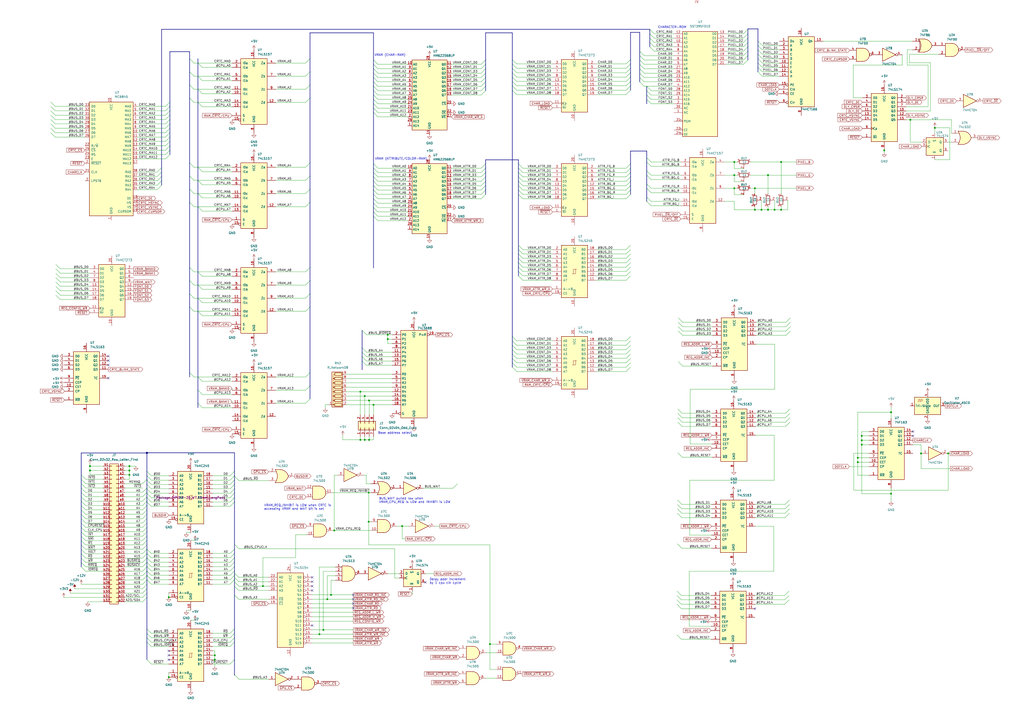
<source format=kicad_sch>
(kicad_sch (version 20211123) (generator eeschema)
  (paper "A2")
  (junction (at 499.872 255.397))
  (junction (at 534.289 263.017))
  (junction (at 185.293 367.919))
  (junction (at 211.582 229.743))
  (junction (at 187.579 365.379))
  (junction (at 449.326 121.666))
  (junction (at 216.662 234.823))
  (junction (at 85.217 262.636))
  (junction (at 124.587 380.111))
  (junction (at 52.197 270.383))
  (junction (at 75.057 270.383))
  (junction (at 284.226 373.634))
  (junction (at 445.516 121.666))
  (junction (at 52.197 272.923))
  (junction (at 224.917 196.723))
  (junction (at 214.122 255.143))
  (junction (at 499.872 257.937))
  (junction (at 512.953 87.249))
  (junction (at 233.299 305.181))
  (junction (at 192.024 345.059))
  (junction (at 425.958 101.6))
  (junction (at 550.037 263.017))
  (junction (at 97.917 346.456))
  (junction (at 453.136 93.98))
  (junction (at 189.865 347.599))
  (junction (at 213.868 285.75))
  (junction (at 214.122 232.283))
  (junction (at 425.958 109.22))
  (junction (at 497.586 268.097))
  (junction (at 437.896 121.666))
  (junction (at 445.516 101.6))
  (junction (at 516.89 239.141))
  (junction (at 209.042 227.203))
  (junction (at 209.042 255.143))
  (junction (at 437.896 109.22))
  (junction (at 211.582 255.143))
  (junction (at 497.586 265.557))
  (junction (at 224.917 194.183))
  (junction (at 528.066 69.469))
  (junction (at 75.057 275.463))
  (junction (at 499.872 252.857))
  (junction (at 97.917 392.811))
  (junction (at 85.217 262.763))
  (junction (at 213.868 302.641))
  (junction (at 516.89 286.385))
  (junction (at 441.706 121.666))
  (junction (at 542.29 74.168))
  (junction (at 193.929 307.721))
  (junction (at 152.527 339.979))
  (junction (at 425.958 93.98))
  (junction (at 75.057 272.923))
  (junction (at 453.136 121.666))
  (junction (at 124.587 382.651))
  (no_connect (at 246.761 337.82))
  (no_connect (at 97.917 382.651))
  (no_connect (at 97.917 380.111))
  (no_connect (at 437.896 353.06))
  (no_connect (at 181.102 337.439))
  (no_connect (at 181.102 334.899))
  (no_connect (at 529.59 252.857))
  (no_connect (at 529.59 250.317))
  (no_connect (at 204.978 345.059))
  (no_connect (at 204.978 350.139))
  (no_connect (at 204.978 352.679))
  (no_connect (at 204.978 347.599))
  (no_connect (at 62.865 219.329))
  (no_connect (at 62.865 211.709))
  (no_connect (at 62.865 206.629))
  (no_connect (at 62.865 209.169))
  (no_connect (at 97.917 377.571))
  (no_connect (at 181.102 339.979))
  (no_connect (at 181.102 342.519))
  (no_connect (at 181.102 362.839))
  (bus_entry (at 303.276 97.536) (size -2.54 -2.54))
  (bus_entry (at 85.217 326.263) (size -2.54 2.54))
  (bus_entry (at 85.217 364.871) (size 2.54 2.54))
  (bus_entry (at 303.276 105.156) (size -2.54 -2.54))
  (bus_entry (at 377.698 101.6) (size -2.54 -2.54))
  (bus_entry (at 377.698 96.52) (size -2.54 -2.54))
  (bus_entry (at 377.698 111.76) (size -2.54 -2.54))
  (bus_entry (at 262.763 283.21) (size 2.54 -2.54))
  (bus_entry (at 138.557 393.954) (size -2.54 -2.54))
  (bus_entry (at 47.117 280.543) (size 2.54 2.54))
  (bus_entry (at 455.168 345.44) (size 2.54 -2.54))
  (bus_entry (at 85.217 285.623) (size -2.54 2.54))
  (bus_entry (at 32.004 66.802) (size -2.54 -2.54))
  (bus_entry (at 47.117 316.103) (size 2.54 2.54))
  (bus_entry (at 442.214 41.656) (size -2.54 -2.54))
  (bus_entry (at 96.012 74.422) (size 2.54 -2.54))
  (bus_entry (at 279.146 115.316) (size 2.54 -2.54))
  (bus_entry (at 117.348 46.736) (size -2.54 -2.54))
  (bus_entry (at 363.22 49.784) (size 2.54 -2.54))
  (bus_entry (at 219.202 117.856) (size -2.54 -2.54))
  (bus_entry (at 219.202 67.818) (size -2.54 -2.54))
  (bus_entry (at 32.004 76.962) (size -2.54 -2.54))
  (bus_entry (at 303.276 115.316) (size -2.54 -2.54))
  (bus_entry (at 299.72 207.899) (size -2.54 -2.54))
  (bus_entry (at 299.72 212.979) (size -2.54 -2.54))
  (bus_entry (at 395.478 292.608) (size -2.54 -2.54))
  (bus_entry (at 34.925 166.116) (size -2.54 -2.54))
  (bus_entry (at 303.276 110.236) (size -2.54 -2.54))
  (bus_entry (at 363.22 47.244) (size 2.54 -2.54))
  (bus_entry (at 455.422 292.608) (size 2.54 -2.54))
  (bus_entry (at 136.017 369.951) (size -2.54 2.54))
  (bus_entry (at 455.93 192.024) (size 2.54 -2.54))
  (bus_entry (at 395.478 318.008) (size -2.54 -2.54))
  (bus_entry (at 117.348 61.976) (size -2.54 -2.54))
  (bus_entry (at 138.43 342.519) (size -2.54 -2.54))
  (bus_entry (at 219.202 44.958) (size -2.54 -2.54))
  (bus_entry (at 34.925 171.196) (size -2.54 -2.54))
  (bus_entry (at 395.224 353.06) (size -2.54 -2.54))
  (bus_entry (at 279.146 39.878) (size 2.54 -2.54))
  (bus_entry (at 34.925 173.736) (size -2.54 -2.54))
  (bus_entry (at 47.117 318.643) (size 2.54 2.54))
  (bus_entry (at 85.217 295.783) (size -2.54 2.54))
  (bus_entry (at 85.217 331.216) (size 2.54 2.54))
  (bus_entry (at 363.22 44.704) (size 2.54 -2.54))
  (bus_entry (at 85.217 318.516) (size 2.54 2.54))
  (bus_entry (at 363.22 207.899) (size 2.54 -2.54))
  (bus_entry (at 279.146 100.076) (size 2.54 -2.54))
  (bus_entry (at 279.146 44.958) (size 2.54 -2.54))
  (bus_entry (at 395.986 186.944) (size -2.54 -2.54))
  (bus_entry (at 96.012 66.802) (size 2.54 -2.54))
  (bus_entry (at 373.634 47.498) (size -2.54 -2.54))
  (bus_entry (at 363.22 212.979) (size 2.54 -2.54))
  (bus_entry (at 85.217 318.643) (size -2.54 2.54))
  (bus_entry (at 395.732 244.856) (size -2.54 -2.54))
  (bus_entry (at 219.202 125.476) (size -2.54 -2.54))
  (bus_entry (at 431.292 22.098) (size 2.54 -2.54))
  (bus_entry (at 279.146 50.038) (size 2.54 -2.54))
  (bus_entry (at 219.202 102.616) (size -2.54 -2.54))
  (bus_entry (at 177.292 119.888) (size 2.54 -2.54))
  (bus_entry (at 112.522 97.028) (size -2.54 -2.54))
  (bus_entry (at 303.276 112.776) (size -2.54 -2.54))
  (bus_entry (at 395.732 265.176) (size -2.54 -2.54))
  (bus_entry (at 112.522 59.436) (size -2.54 -2.54))
  (bus_entry (at 85.217 321.183) (size -2.54 2.54))
  (bus_entry (at 32.004 79.502) (size -2.54 -2.54))
  (bus_entry (at 431.292 29.718) (size 2.54 -2.54))
  (bus_entry (at 133.477 293.751) (size 2.54 -2.54))
  (bus_entry (at 85.217 328.676) (size 2.54 2.54))
  (bus_entry (at 34.925 161.036) (size -2.54 -2.54))
  (bus_entry (at 49.657 300.863) (size -2.54 -2.54))
  (bus_entry (at 395.986 194.564) (size -2.54 -2.54))
  (bus_entry (at 279.146 107.696) (size 2.54 -2.54))
  (bus_entry (at 363.22 162.56) (size 2.54 -2.54))
  (bus_entry (at 85.217 290.703) (size -2.54 2.54))
  (bus_entry (at 363.22 102.616) (size 2.54 -2.54))
  (bus_entry (at 455.93 194.564) (size 2.54 -2.54))
  (bus_entry (at 299.72 205.359) (size -2.54 -2.54))
  (bus_entry (at 219.202 122.936) (size -2.54 -2.54))
  (bus_entry (at 431.292 19.558) (size 2.54 -2.54))
  (bus_entry (at 299.72 210.439) (size -2.54 -2.54))
  (bus_entry (at 303.276 100.076) (size -2.54 -2.54))
  (bus_entry (at 373.634 34.798) (size -2.54 -2.54))
  (bus_entry (at 395.986 192.024) (size -2.54 -2.54))
  (bus_entry (at 442.214 34.036) (size -2.54 -2.54))
  (bus_entry (at 49.657 290.703) (size -2.54 -2.54))
  (bus_entry (at 455.676 247.396) (size 2.54 -2.54))
  (bus_entry (at 47.117 313.563) (size 2.54 2.54))
  (bus_entry (at 136.017 336.296) (size -2.54 2.54))
  (bus_entry (at 395.224 345.44) (size -2.54 -2.54))
  (bus_entry (at 82.677 280.543) (size 2.54 -2.54))
  (bus_entry (at 299.72 215.519) (size -2.54 -2.54))
  (bus_entry (at 117.348 183.134) (size -2.54 -2.54))
  (bus_entry (at 85.217 333.883) (size -2.54 2.54))
  (bus_entry (at 87.757 283.591) (size -2.54 -2.54))
  (bus_entry (at 136.017 372.491) (size -2.54 2.54))
  (bus_entry (at 279.146 112.776) (size 2.54 -2.54))
  (bus_entry (at 49.657 288.163) (size -2.54 -2.54))
  (bus_entry (at 112.522 104.648) (size -2.54 -2.54))
  (bus_entry (at 395.478 295.148) (size -2.54 -2.54))
  (bus_entry (at 117.348 54.356) (size -2.54 -2.54))
  (bus_entry (at 219.202 62.738) (size -2.54 -2.54))
  (bus_entry (at 136.017 333.756) (size -2.54 2.54))
  (bus_entry (at 299.72 42.164) (size -2.54 -2.54))
  (bus_entry (at 379.476 24.638) (size -2.54 -2.54))
  (bus_entry (at 279.146 110.236) (size 2.54 -2.54))
  (bus_entry (at 138.43 334.899) (size -2.54 -2.54))
  (bus_entry (at 363.22 110.236) (size 2.54 -2.54))
  (bus_entry (at 363.22 152.4) (size 2.54 -2.54))
  (bus_entry (at 47.117 326.263) (size 2.54 2.54))
  (bus_entry (at 85.217 326.136) (size 2.54 2.54))
  (bus_entry (at 87.757 286.131) (size -2.54 -2.54))
  (bus_entry (at 373.634 50.038) (size -2.54 -2.54))
  (bus_entry (at 363.22 52.324) (size 2.54 -2.54))
  (bus_entry (at 219.202 42.418) (size -2.54 -2.54))
  (bus_entry (at 87.757 288.671) (size -2.54 -2.54))
  (bus_entry (at 47.117 311.023) (size 2.54 2.54))
  (bus_entry (at 136.017 326.136) (size -2.54 2.54))
  (bus_entry (at 455.93 189.484) (size 2.54 -2.54))
  (bus_entry (at 377.698 104.14) (size -2.54 -2.54))
  (bus_entry (at 47.117 303.403) (size 2.54 2.54))
  (bus_entry (at 138.684 318.389) (size -2.54 -2.54))
  (bus_entry (at 177.292 172.974) (size 2.54 -2.54))
  (bus_entry (at 373.634 39.878) (size -2.54 -2.54))
  (bus_entry (at 133.477 291.211) (size 2.54 -2.54))
  (bus_entry (at 299.72 52.324) (size -2.54 -2.54))
  (bus_entry (at 133.477 288.671) (size 2.54 -2.54))
  (bus_entry (at 85.217 283.083) (size -2.54 2.54))
  (bus_entry (at 133.477 286.131) (size 2.54 -2.54))
  (bus_entry (at 112.522 165.354) (size -2.54 -2.54))
  (bus_entry (at 219.202 65.278) (size -2.54 -2.54))
  (bus_entry (at 395.732 242.316) (size -2.54 -2.54))
  (bus_entry (at 138.43 339.979) (size -2.54 -2.54))
  (bus_entry (at 363.22 210.439) (size 2.54 -2.54))
  (bus_entry (at 85.217 323.723) (size -2.54 2.54))
  (bus_entry (at 299.72 37.084) (size -2.54 -2.54))
  (bus_entry (at 303.276 157.48) (size -2.54 -2.54))
  (bus_entry (at 363.22 37.084) (size 2.54 -2.54))
  (bus_entry (at 363.22 54.864) (size 2.54 -2.54))
  (bus_entry (at 303.276 147.32) (size -2.54 -2.54))
  (bus_entry (at 431.292 24.638) (size 2.54 -2.54))
  (bus_entry (at 299.72 44.704) (size -2.54 -2.54))
  (bus_entry (at 299.72 54.864) (size -2.54 -2.54))
  (bus_entry (at 96.012 89.662) (size 2.54 -2.54))
  (bus_entry (at 363.22 215.519) (size 2.54 -2.54))
  (bus_entry (at 49.657 293.243) (size -2.54 -2.54))
  (bus_entry (at 219.202 120.396) (size -2.54 -2.54))
  (bus_entry (at 219.202 97.536) (size -2.54 -2.54))
  (bus_entry (at 219.202 37.338) (size -2.54 -2.54))
  (bus_entry (at 210.058 209.423) (size 2.54 2.54))
  (bus_entry (at 303.276 149.86) (size -2.54 -2.54))
  (bus_entry (at 117.348 107.188) (size -2.54 -2.54))
  (bus_entry (at 363.22 147.32) (size 2.54 -2.54))
  (bus_entry (at 455.168 350.52) (size 2.54 -2.54))
  (bus_entry (at 49.657 298.323) (size -2.54 -2.54))
  (bus_entry (at 373.634 42.418) (size -2.54 -2.54))
  (bus_entry (at 85.217 331.343) (size -2.54 2.54))
  (bus_entry (at 32.004 64.262) (size -2.54 -2.54))
  (bus_entry (at 85.217 341.503) (size -2.54 2.54))
  (bus_entry (at 117.348 160.274) (size -2.54 -2.54))
  (bus_entry (at 85.217 305.943) (size -2.54 2.54))
  (bus_entry (at 96.012 76.962) (size 2.54 -2.54))
  (bus_entry (at 117.348 99.568) (size -2.54 -2.54))
  (bus_entry (at 96.012 64.262) (size 2.54 -2.54))
  (bus_entry (at 177.292 51.816) (size 2.54 -2.54))
  (bus_entry (at 117.348 175.514) (size -2.54 -2.54))
  (bus_entry (at 395.986 189.484) (size -2.54 -2.54))
  (bus_entry (at 85.217 323.596) (size 2.54 2.54))
  (bus_entry (at 455.422 297.688) (size 2.54 -2.54))
  (bus_entry (at 47.117 278.003) (size 2.54 2.54))
  (bus_entry (at 138.43 347.599) (size -2.54 -2.54))
  (bus_entry (at 112.522 36.576) (size -2.54 -2.54))
  (bus_entry (at 136.017 364.871) (size -2.54 2.54))
  (bus_entry (at 177.292 218.694) (size 2.54 -2.54))
  (bus_entry (at 442.214 31.496) (size -2.54 -2.54))
  (bus_entry (at 219.202 110.236) (size -2.54 -2.54))
  (bus_entry (at 303.276 154.94) (size -2.54 -2.54))
  (bus_entry (at 377.698 119.38) (size -2.54 -2.54))
  (bus_entry (at 219.202 128.016) (size -2.54 -2.54))
  (bus_entry (at 117.348 236.474) (size -2.54 -2.54))
  (bus_entry (at 395.986 212.344) (size -2.54 -2.54))
  (bus_entry (at 96.012 71.882) (size 2.54 -2.54))
  (bus_entry (at 136.017 318.516) (size -2.54 2.54))
  (bus_entry (at 303.276 152.4) (size -2.54 -2.54))
  (bus_entry (at 85.217 311.023) (size -2.54 2.54))
  (bus_entry (at 299.72 197.739) (size -2.54 -2.54))
  (bus_entry (at 395.478 297.688) (size -2.54 -2.54))
  (bus_entry (at 219.202 50.038) (size -2.54 -2.54))
  (bus_entry (at 455.422 295.148) (size 2.54 -2.54))
  (bus_entry (at 363.22 100.076) (size 2.54 -2.54))
  (bus_entry (at 379.476 22.098) (size -2.54 -2.54))
  (bus_entry (at 177.292 165.354) (size 2.54 -2.54))
  (bus_entry (at 455.676 242.316) (size 2.54 -2.54))
  (bus_entry (at 219.202 60.198) (size -2.54 -2.54))
  (bus_entry (at 363.22 200.279) (size 2.54 -2.54))
  (bus_entry (at 442.214 28.956) (size -2.54 -2.54))
  (bus_entry (at 363.22 39.624) (size 2.54 -2.54))
  (bus_entry (at 85.217 369.951) (size 2.54 2.54))
  (bus_entry (at 455.168 347.98) (size 2.54 -2.54))
  (bus_entry (at 117.348 39.116) (size -2.54 -2.54))
  (bus_entry (at 91.186 99.822) (size 2.54 -2.54))
  (bus_entry (at 96.012 82.042) (size 2.54 -2.54))
  (bus_entry (at 395.224 370.84) (size -2.54 -2.54))
  (bus_entry (at 96.012 87.122) (size 2.54 -2.54))
  (bus_entry (at 112.522 119.888) (size -2.54 -2.54))
  (bus_entry (at 379.476 27.178) (size -2.54 -2.54))
  (bus_entry (at 299.72 39.624) (size -2.54 -2.54))
  (bus_entry (at 112.522 172.974) (size -2.54 -2.54))
  (bus_entry (at 219.202 39.878) (size -2.54 -2.54))
  (bus_entry (at 219.202 105.156) (size -2.54 -2.54))
  (bus_entry (at 279.146 55.118) (size 2.54 -2.54))
  (bus_entry (at 303.276 102.616) (size -2.54 -2.54))
  (bus_entry (at 177.292 104.648) (size 2.54 -2.54))
  (bus_entry (at 177.292 112.268) (size 2.54 -2.54))
  (bus_entry (at 96.012 79.502) (size 2.54 -2.54))
  (bus_entry (at 303.276 144.78) (size -2.54 -2.54))
  (bus_entry (at 177.292 36.576) (size 2.54 -2.54))
  (bus_entry (at 373.634 44.958) (size -2.54 -2.54))
  (bus_entry (at 85.217 367.411) (size 2.54 2.54))
  (bus_entry (at 96.012 61.722) (size 2.54 -2.54))
  (bus_entry (at 363.22 197.739) (size 2.54 -2.54))
  (bus_entry (at 377.698 93.98) (size -2.54 -2.54))
  (bus_entry (at 138.557 278.765) (size -2.54 -2.54))
  (bus_entry (at 85.217 338.963) (size -2.54 2.54))
  (bus_entry (at 112.522 218.694) (size -2.54 -2.54))
  (bus_entry (at 363.22 144.78) (size 2.54 -2.54))
  (bus_entry (at 363.22 42.164) (size 2.54 -2.54))
  (bus_entry (at 85.217 293.243) (size -2.54 2.54))
  (bus_entry (at 219.202 55.118) (size -2.54 -2.54))
  (bus_entry (at 91.186 104.902) (size 2.54 -2.54))
  (bus_entry (at 85.217 344.043) (size -2.54 2.54))
  (bus_entry (at 177.292 44.196) (size 2.54 -2.54))
  (bus_entry (at 47.117 328.803) (size 2.54 2.54))
  (bus_entry (at 219.202 115.316) (size -2.54 -2.54))
  (bus_entry (at 91.186 107.442) (size 2.54 -2.54))
  (bus_entry (at 85.217 303.403) (size -2.54 2.54))
  (bus_entry (at 395.478 300.228) (size -2.54 -2.54))
  (bus_entry (at 442.214 36.576) (size -2.54 -2.54))
  (bus_entry (at 363.22 157.48) (size 2.54 -2.54))
  (bus_entry (at 87.757 293.751) (size -2.54 -2.54))
  (bus_entry (at 85.217 336.423) (size -2.54 2.54))
  (bus_entry (at 85.217 298.323) (size -2.54 2.54))
  (bus_entry (at 219.202 47.498) (size -2.54 -2.54))
  (bus_entry (at 303.276 160.02) (size -2.54 -2.54))
  (bus_entry (at 34.925 155.956) (size -2.54 -2.54))
  (bus_entry (at 85.217 328.803) (size -2.54 2.54))
  (bus_entry (at 279.146 52.578) (size 2.54 -2.54))
  (bus_entry (at 379.476 29.718) (size -2.54 -2.54))
  (bus_entry (at 177.292 59.436) (size 2.54 -2.54))
  (bus_entry (at 219.202 100.076) (size -2.54 -2.54))
  (bus_entry (at 49.657 295.783) (size -2.54 -2.54))
  (bus_entry (at 219.202 52.578) (size -2.54 -2.54))
  (bus_entry (at 303.276 162.56) (size -2.54 -2.54))
  (bus_entry (at 442.214 39.116) (size -2.54 -2.54))
  (bus_entry (at 177.292 180.594) (size 2.54 -2.54))
  (bus_entry (at 133.477 283.591) (size 2.54 -2.54))
  (bus_entry (at 85.217 336.296) (size 2.54 2.54))
  (bus_entry (at 363.22 105.156) (size 2.54 -2.54))
  (bus_entry (at 32.004 69.342) (size -2.54 -2.54))
  (bus_entry (at 133.477 278.511) (size 2.54 -2.54))
  (bus_entry (at 455.422 300.228) (size 2.54 -2.54))
  (bus_entry (at 377.698 57.658) (size -2.54 -2.54))
  (bus_entry (at 112.522 180.594) (size -2.54 -2.54))
  (bus_entry (at 395.732 239.776) (size -2.54 -2.54))
  (bus_entry (at 47.117 308.483) (size 2.54 2.54))
  (bus_entry (at 219.202 57.658) (size -2.54 -2.54))
  (bus_entry (at 87.757 291.211) (size -2.54 -2.54))
  (bus_entry (at 85.217 288.163) (size -2.54 2.54))
  (bus_entry (at 431.292 32.258) (size 2.54 -2.54))
  (bus_entry (at 442.214 26.416) (size -2.54 -2.54))
  (bus_entry (at 299.72 49.784) (size -2.54 -2.54))
  (bus_entry (at 85.217 346.583) (size -2.54 2.54))
  (bus_entry (at 373.634 32.258) (size -2.54 -2.54))
  (bus_entry (at 377.698 60.198) (size -2.54 -2.54))
  (bus_entry (at 219.202 112.776) (size -2.54 -2.54))
  (bus_entry (at 117.348 167.894) (size -2.54 -2.54))
  (bus_entry (at 395.732 247.396) (size -2.54 -2.54))
  (bus_entry (at 363.22 154.94) (size 2.54 -2.54))
  (bus_entry (at 377.698 116.84) (size -2.54 -2.54))
  (bus_entry (at 136.017 328.676) (size -2.54 2.54))
  (bus_entry (at 85.217 382.651) (size 2.54 2.54))
  (bus_entry (at 442.214 44.196) (size -2.54 -2.54))
  (bus_entry (at 87.757 278.511) (size -2.54 -2.54))
  (bus_entry (at 34.925 163.576) (size -2.54 -2.54))
  (bus_entry (at 177.292 157.734) (size 2.54 -2.54))
  (bus_entry (at 49.657 285.623) (size -2.54 -2.54))
  (bus_entry (at 136.017 323.596) (size -2.54 2.54))
  (bus_entry (at 279.146 42.418) (size 2.54 -2.54))
  (bus_entry (at 85.217 300.863) (size -2.54 2.54))
  (bus_entry (at 34.925 168.656) (size -2.54 -2.54))
  (bus_entry (at 87.757 281.051) (size -2.54 -2.54))
  (bus_entry (at 47.117 305.943) (size 2.54 2.54))
  (bus_entry (at 431.292 34.798) (size 2.54 -2.54))
  (bus_entry (at 96.012 84.582) (size 2.54 -2.54))
  (bus_entry (at 91.186 109.982) (size 2.54 -2.54))
  (bus_entry (at 136.017 321.056) (size -2.54 2.54))
  (bus_entry (at 85.217 372.491) (size 2.54 2.54))
  (bus_entry (at 363.22 107.696) (size 2.54 -2.54))
  (bus_entry (at 299.72 200.279) (size -2.54 -2.54))
  (bus_entry (at 377.698 109.22) (size -2.54 -2.54))
  (bus_entry (at 299.72 202.819) (size -2.54 -2.54))
  (bus_entry (at 219.202 107.696) (size -2.54 -2.54))
  (bus_entry (at 377.698 52.578) (size -2.54 -2.54))
  (bus_entry (at 117.348 228.854) (size -2.54 -2.54))
  (bus_entry (at 133.477 281.051) (size 2.54 -2.54))
  (bus_entry (at 177.292 97.028) (size 2.54 -2.54))
  (bus_entry (at 279.146 97.536) (size 2.54 -2.54))
  (bus_entry (at 34.925 158.496) (size -2.54 -2.54))
  (bus_entry (at 85.217 316.103) (size -2.54 2.54))
  (bus_entry (at 431.292 37.338) (size 2.54 -2.54))
  (bus_entry (at 210.058 204.343) (size 2.54 2.54))
  (bus_entry (at 379.476 19.558) (size -2.54 -2.54))
  (bus_entry (at 96.012 92.202) (size 2.54 -2.54))
  (bus_entry (at 85.217 321.056) (size 2.54 2.54))
  (bus_entry (at 96.012 69.342) (size 2.54 -2.54))
  (bus_entry (at 279.146 47.498) (size 2.54 -2.54))
  (bus_entry (at 395.224 347.98) (size -2.54 -2.54))
  (bus_entry (at 303.276 107.696) (size -2.54 -2.54))
  (bus_entry (at 363.22 160.02) (size 2.54 -2.54))
  (bus_entry (at 377.698 55.118) (size -2.54 -2.54))
  (bus_entry (at 177.292 233.934) (size 2.54 -2.54))
  (bus_entry (at 363.22 149.86) (size 2.54 -2.54))
  (bus_entry (at 395.224 350.52) (size -2.54 -2.54))
  (bus_entry (at 138.43 337.439) (size -2.54 -2.54))
  (bus_entry (at 210.058 201.803) (size 2.54 2.54))
  (bus_entry (at 133.477 275.971) (size 2.54 -2.54))
  (bus_entry (at 455.676 244.856) (size 2.54 -2.54))
  (bus_entry (at 363.22 202.819) (size 2.54 -2.54))
  (bus_entry (at 117.348 122.428) (size -2.54 -2.54))
  (bus_entry (at 117.348 114.808) (size -2.54 -2.54))
  (bus_entry (at 112.522 44.196) (size -2.54 -2.54))
  (bus_entry (at 210.058 191.643) (size 2.54 2.54))
  (bus_entry (at 49.657 303.403) (size -2.54 -2.54))
  (bus_entry (at 32.004 71.882) (size -2.54 -2.54))
  (bus_entry (at 279.146 105.156) (size 2.54 -2.54))
  (bus_entry (at 136.017 382.651) (size -2.54 2.54))
  (bus_entry (at 431.292 27.178) (size 2.54 -2.54))
  (bus_entry (at 85.217 333.756) (size 2.54 2.54))
  (bus_entry (at 363.22 97.536) (size 2.54 -2.54))
  (bus_entry (at 87.757 275.971) (size -2.54 -2.54))
  (bus_entry (at 299.72 47.244) (size -2.54 -2.54))
  (bus_entry (at 32.004 74.422) (size -2.54 -2.54))
  (bus_entry (at 279.146 102.616) (size 2.54 -2.54))
  (bus_entry (at 47.117 321.183) (size 2.54 2.54))
  (bus_entry (at 136.017 331.216) (size -2.54 2.54))
  (bus_entry (at 363.22 115.316) (size 2.54 -2.54))
  (bus_entry (at 373.634 37.338) (size -2.54 -2.54))
  (bus_entry (at 210.058 206.883) (size 2.54 2.54))
  (bus_entry (at 177.292 226.314) (size 2.54 -2.54))
  (bus_entry (at 363.22 112.776) (size 2.54 -2.54))
  (bus_entry (at 455.93 186.944) (size 2.54 -2.54))
  (bus_entry (at 136.017 367.411) (size -2.54 2.54))
  (bus_entry (at 117.348 221.234) (size -2.54 -2.54))
  (bus_entry (at 363.22 205.359) (size 2.54 -2.54))
  (bus_entry (at 85.217 313.563) (size -2.54 2.54))
  (bus_entry (at 279.146 37.338) (size 2.54 -2.54))
  (bus_entry (at 47.117 275.463) (size 2.54 2.54))
  (bus_entry (at 112.522 51.816) (size -2.54 -2.54))
  (bus_entry (at 32.004 61.722) (size -2.54 -2.54))
  (bus_entry (at 47.117 323.723) (size 2.54 2.54))
  (bus_entry (at 91.186 102.362) (size 2.54 -2.54))
  (bus_entry (at 85.217 308.483) (size -2.54 2.54))
  (bus_entry (at 112.522 112.268) (size -2.54 -2.54))
  (bus_entry (at 455.676 239.776) (size 2.54 -2.54))
  (bus_entry (at 112.522 157.734) (size -2.54 -2.54))
  (bus (pts (xy 371.094 39.878) (xy 371.094 37.338)))
  (wire (pts (xy 497.586 239.141) (xy 497.586 265.557)))
  (wire (pts (xy 452.12 34.036) (xy 442.214 34.036)))
  (wire (pts (xy 523.367 37.719) (xy 494.919 37.719)))
  (bus (pts (xy 300.736 112.776) (xy 300.736 141.986)))
  (bus (pts (xy 300.736 102.616) (xy 300.736 105.156)))
  (wire (pts (xy 437.896 121.666) (xy 425.958 121.666)))
  (bus (pts (xy 179.832 216.154) (xy 179.832 223.774)))
  (wire (pts (xy 152.527 339.979) (xy 152.5524 323.4436)))
  (bus (pts (xy 114.808 119.888) (xy 114.808 157.734)))
  (wire (pts (xy 425.958 109.22) (xy 427.736 109.22)))
  (bus (pts (xy 216.662 50.038) (xy 216.662 52.578)))
  (wire (pts (xy 211.582 229.743) (xy 227.457 229.743)))
  (bus (pts (xy 300.736 110.236) (xy 300.736 112.776)))
  (wire (pts (xy 453.136 93.98) (xy 462.026 93.98)))
  (bus (pts (xy 114.808 104.648) (xy 114.808 112.268)))
  (bus (pts (xy 114.808 165.354) (xy 114.808 172.974)))
  (wire (pts (xy 160.02 112.268) (xy 177.292 112.268)))
  (wire (pts (xy 246.761 332.74) (xy 251.841 332.74)))
  (wire (pts (xy 394.97 96.52) (xy 377.698 96.52)))
  (wire (pts (xy 497.586 275.717) (xy 497.586 268.097)))
  (wire (pts (xy 236.474 47.498) (xy 219.202 47.498)))
  (wire (pts (xy 49.657 331.343) (xy 59.817 331.343)))
  (wire (pts (xy 87.757 321.056) (xy 97.917 321.056)))
  (wire (pts (xy 453.136 93.98) (xy 453.136 112.268)))
  (wire (pts (xy 320.548 152.4) (xy 303.276 152.4)))
  (wire (pts (xy 133.477 275.971) (xy 123.317 275.971)))
  (wire (pts (xy 345.948 102.616) (xy 363.22 102.616)))
  (wire (pts (xy 542.29 74.168) (xy 542.29 77.343)))
  (bus (pts (xy 216.662 112.776) (xy 216.662 115.316)))
  (wire (pts (xy 79.756 76.962) (xy 96.012 76.962)))
  (wire (pts (xy 189.865 347.599) (xy 181.102 347.599)))
  (wire (pts (xy 134.62 236.474) (xy 117.348 236.474)))
  (wire (pts (xy 425.958 113.03) (xy 425.958 109.22)))
  (wire (pts (xy 261.874 102.616) (xy 279.146 102.616)))
  (bus (pts (xy 136.017 391.414) (xy 136.017 391.668)))
  (wire (pts (xy 261.874 55.118) (xy 279.146 55.118)))
  (bus (pts (xy 85.217 367.411) (xy 85.217 369.951)))
  (wire (pts (xy 236.474 57.658) (xy 219.202 57.658)))
  (bus (pts (xy 365.76 97.536) (xy 365.76 100.076)))
  (wire (pts (xy 134.62 122.428) (xy 117.348 122.428)))
  (bus (pts (xy 85.217 344.043) (xy 85.217 341.503)))
  (wire (pts (xy 345.948 49.784) (xy 363.22 49.784)))
  (bus (pts (xy 85.217 333.756) (xy 85.217 333.883)))
  (bus (pts (xy 114.808 180.594) (xy 114.808 218.694)))
  (wire (pts (xy 155.829 278.765) (xy 138.557 278.765)))
  (wire (pts (xy 345.948 97.536) (xy 363.22 97.536)))
  (wire (pts (xy 551.18 271.78) (xy 534.289 271.78)))
  (bus (pts (xy 136.017 328.676) (xy 136.017 331.216)))
  (wire (pts (xy 212.471 275.59) (xy 212.471 280.67)))
  (bus (pts (xy 365.76 107.696) (xy 365.76 110.236)))
  (wire (pts (xy 421.386 37.338) (xy 431.292 37.338)))
  (bus (pts (xy 47.117 298.323) (xy 47.117 295.783)))
  (bus (pts (xy 439.674 36.576) (xy 439.674 39.116)))
  (bus (pts (xy 85.217 300.863) (xy 85.217 303.403)))
  (wire (pts (xy 345.948 37.084) (xy 363.22 37.084)))
  (wire (pts (xy 390.906 47.498) (xy 373.634 47.498)))
  (wire (pts (xy 134.62 61.976) (xy 117.348 61.976)))
  (wire (pts (xy 114.808 218.694) (xy 112.522 218.694)))
  (wire (pts (xy 421.386 19.558) (xy 431.292 19.558)))
  (bus (pts (xy 210.058 191.643) (xy 210.058 201.803)))
  (wire (pts (xy 390.906 52.578) (xy 377.698 52.578)))
  (wire (pts (xy 75.057 270.383) (xy 78.867 270.383)))
  (bus (pts (xy 210.058 206.883) (xy 210.058 204.343)))
  (wire (pts (xy 49.657 293.243) (xy 59.817 293.243)))
  (bus (pts (xy 136.017 278.511) (xy 136.017 276.225)))
  (wire (pts (xy 245.491 283.21) (xy 262.763 283.21)))
  (wire (pts (xy 108.077 308.991) (xy 110.617 308.991)))
  (bus (pts (xy 114.808 157.734) (xy 114.808 165.354)))
  (bus (pts (xy 136.017 276.225) (xy 136.017 275.971)))
  (bus (pts (xy 297.18 47.244) (xy 297.18 49.784)))
  (wire (pts (xy 437.896 347.98) (xy 455.168 347.98)))
  (bus (pts (xy 179.832 19.05) (xy 216.662 19.05)))
  (bus (pts (xy 93.726 17.018) (xy 93.726 97.282)))
  (bus (pts (xy 297.18 44.704) (xy 297.18 47.244)))
  (wire (pts (xy 420.37 93.98) (xy 425.958 93.98)))
  (bus (pts (xy 179.832 102.108) (xy 179.832 109.728)))
  (wire (pts (xy 255.143 305.181) (xy 252.349 305.181)))
  (bus (pts (xy 93.726 97.282) (xy 93.726 99.822)))
  (wire (pts (xy 204.978 367.919) (xy 185.293 367.919)))
  (wire (pts (xy 124.587 382.651) (xy 124.587 386.461)))
  (wire (pts (xy 87.757 286.131) (xy 97.917 286.131)))
  (bus (pts (xy 216.662 105.156) (xy 216.662 107.696)))
  (wire (pts (xy 412.496 347.98) (xy 395.224 347.98)))
  (wire (pts (xy 320.548 157.48) (xy 303.276 157.48)))
  (wire (pts (xy 449.072 252.476) (xy 449.072 278.638)))
  (wire (pts (xy 224.917 194.183) (xy 227.457 194.183)))
  (wire (pts (xy 134.62 221.234) (xy 117.348 221.234)))
  (wire (pts (xy 133.477 286.131) (xy 123.317 286.131)))
  (wire (pts (xy 437.896 109.22) (xy 437.896 112.268)))
  (wire (pts (xy 227.457 199.263) (xy 224.917 199.263)))
  (wire (pts (xy 345.948 160.02) (xy 363.22 160.02)))
  (wire (pts (xy 134.62 165.354) (xy 114.808 165.354)))
  (bus (pts (xy 371.094 29.718) (xy 371.094 18.796)))
  (wire (pts (xy 236.474 117.856) (xy 219.202 117.856)))
  (wire (pts (xy 52.197 270.383) (xy 59.817 270.383)))
  (wire (pts (xy 133.477 369.951) (xy 123.317 369.951)))
  (bus (pts (xy 47.117 316.103) (xy 47.117 318.643)))
  (wire (pts (xy 412.75 295.148) (xy 395.478 295.148)))
  (wire (pts (xy 438.15 292.608) (xy 455.422 292.608)))
  (wire (pts (xy 79.756 66.802) (xy 96.012 66.802)))
  (wire (pts (xy 75.057 278.003) (xy 75.057 275.463)))
  (wire (pts (xy 75.057 272.923) (xy 75.057 270.383)))
  (wire (pts (xy 209.042 227.203) (xy 227.457 227.203)))
  (bus (pts (xy 300.736 97.536) (xy 300.736 100.076)))
  (wire (pts (xy 188.722 234.823) (xy 190.627 234.823)))
  (wire (pts (xy 49.276 69.342) (xy 32.004 69.342)))
  (wire (pts (xy 539.75 36.449) (xy 527.558 36.449)))
  (wire (pts (xy 134.62 112.268) (xy 114.808 112.268)))
  (wire (pts (xy 194.564 328.93) (xy 185.293 328.93)))
  (bus (pts (xy 98.552 61.722) (xy 98.552 59.182)))
  (wire (pts (xy 412.75 292.608) (xy 395.478 292.608)))
  (wire (pts (xy 82.677 305.943) (xy 72.517 305.943)))
  (wire (pts (xy 236.474 62.738) (xy 219.202 62.738)))
  (wire (pts (xy 448.818 305.308) (xy 448.818 331.47)))
  (bus (pts (xy 281.686 97.536) (xy 281.686 94.996)))
  (wire (pts (xy 504.19 263.017) (xy 495.3 263.017)))
  (wire (pts (xy 200.787 229.743) (xy 211.582 229.743)))
  (wire (pts (xy 412.496 350.52) (xy 395.224 350.52)))
  (wire (pts (xy 50.927 349.123) (xy 59.817 349.123)))
  (wire (pts (xy 261.874 100.076) (xy 279.146 100.076)))
  (wire (pts (xy 445.516 121.666) (xy 445.516 119.888)))
  (wire (pts (xy 82.677 308.483) (xy 72.517 308.483)))
  (bus (pts (xy 85.217 331.216) (xy 85.217 331.343)))
  (wire (pts (xy 49.657 280.543) (xy 59.817 280.543)))
  (wire (pts (xy 79.756 74.422) (xy 96.012 74.422)))
  (wire (pts (xy 79.756 92.202) (xy 96.012 92.202)))
  (wire (pts (xy 49.657 311.023) (xy 59.817 311.023)))
  (wire (pts (xy 400.05 310.388) (xy 412.75 310.388)))
  (bus (pts (xy 179.832 41.656) (xy 179.832 49.276)))
  (wire (pts (xy 345.948 110.236) (xy 363.22 110.236)))
  (wire (pts (xy 49.276 79.502) (xy 32.004 79.502)))
  (wire (pts (xy 441.706 116.078) (xy 441.706 121.666)))
  (wire (pts (xy 320.548 115.316) (xy 303.276 115.316)))
  (wire (pts (xy 209.042 255.143) (xy 209.042 253.238)))
  (bus (pts (xy 85.217 278.003) (xy 85.217 278.511)))
  (wire (pts (xy 133.477 281.051) (xy 123.317 281.051)))
  (wire (pts (xy 345.948 144.78) (xy 363.22 144.78)))
  (wire (pts (xy 516.89 239.141) (xy 516.89 242.697)))
  (bus (pts (xy 47.117 280.543) (xy 47.117 283.083)))
  (bus (pts (xy 114.808 59.436) (xy 114.808 97.028)))
  (bus (pts (xy 375.158 101.6) (xy 375.158 106.68)))
  (bus (pts (xy 85.217 305.943) (xy 85.217 303.403)))
  (bus (pts (xy 114.808 44.196) (xy 114.808 51.816)))
  (wire (pts (xy 504.19 255.397) (xy 499.872 255.397)))
  (wire (pts (xy 133.477 321.056) (xy 123.317 321.056)))
  (wire (pts (xy 526.288 28.956) (xy 529.209 28.956)))
  (bus (pts (xy 85.217 262.636) (xy 85.217 262.763)))
  (wire (pts (xy 261.874 115.316) (xy 279.146 115.316)))
  (wire (pts (xy 320.548 112.776) (xy 303.276 112.776)))
  (wire (pts (xy 72.517 272.923) (xy 75.057 272.923)))
  (wire (pts (xy 320.548 37.084) (xy 299.72 37.084)))
  (wire (pts (xy 87.757 281.051) (xy 97.917 281.051)))
  (wire (pts (xy 394.97 111.76) (xy 377.698 111.76)))
  (wire (pts (xy 421.386 32.258) (xy 431.292 32.258)))
  (wire (pts (xy 79.756 64.262) (xy 96.012 64.262)))
  (wire (pts (xy 87.757 372.491) (xy 97.917 372.491)))
  (wire (pts (xy 320.548 107.696) (xy 303.276 107.696)))
  (bus (pts (xy 281.686 42.418) (xy 281.686 39.878)))
  (bus (pts (xy 136.017 281.051) (xy 136.017 278.511)))
  (wire (pts (xy 236.474 105.156) (xy 219.202 105.156)))
  (bus (pts (xy 47.117 323.723) (xy 47.117 326.263)))
  (wire (pts (xy 204.978 365.379) (xy 187.579 365.379)))
  (bus (pts (xy 371.094 44.958) (xy 371.094 47.498)))
  (wire (pts (xy 52.197 275.463) (xy 59.817 275.463)))
  (bus (pts (xy 281.686 19.05) (xy 281.686 34.798)))
  (bus (pts (xy 136.017 273.431) (xy 136.017 275.971)))
  (bus (pts (xy 136.017 323.596) (xy 136.017 326.136)))
  (bus (pts (xy 85.217 281.051) (xy 85.217 283.083)))
  (wire (pts (xy 49.657 278.003) (xy 59.817 278.003)))
  (wire (pts (xy 204.978 370.459) (xy 181.102 370.459)))
  (wire (pts (xy 390.906 22.098) (xy 379.476 22.098)))
  (wire (pts (xy 123.317 377.571) (xy 124.587 377.571)))
  (bus (pts (xy 300.736 144.78) (xy 300.736 147.32)))
  (wire (pts (xy 82.677 288.163) (xy 72.517 288.163)))
  (bus (pts (xy 375.158 93.98) (xy 375.158 99.06)))
  (bus (pts (xy 98.552 66.802) (xy 98.552 64.262)))
  (wire (pts (xy 425.958 116.84) (xy 420.37 116.84)))
  (bus (pts (xy 114.808 36.576) (xy 114.808 44.196)))
  (wire (pts (xy 82.677 346.583) (xy 72.517 346.583)))
  (bus (pts (xy 85.217 326.263) (xy 85.217 328.676)))
  (wire (pts (xy 394.97 104.14) (xy 377.698 104.14)))
  (wire (pts (xy 209.042 227.203) (xy 209.042 240.538)))
  (bus (pts (xy 297.18 205.359) (xy 297.18 202.819)))
  (wire (pts (xy 420.37 109.22) (xy 425.958 109.22)))
  (bus (pts (xy 216.662 57.658) (xy 216.662 60.198)))
  (bus (pts (xy 114.808 51.816) (xy 114.808 59.436)))
  (bus (pts (xy 300.736 94.996) (xy 300.736 97.536)))
  (bus (pts (xy 47.117 293.243) (xy 47.117 290.703)))
  (wire (pts (xy 133.477 367.411) (xy 123.317 367.411)))
  (wire (pts (xy 49.276 71.882) (xy 32.004 71.882)))
  (bus (pts (xy 136.017 333.756) (xy 136.017 336.296)))
  (wire (pts (xy 438.658 189.484) (xy 455.93 189.484)))
  (bus (pts (xy 179.832 117.348) (xy 179.832 155.194)))
  (wire (pts (xy 425.958 97.79) (xy 425.958 93.98)))
  (bus (pts (xy 216.662 107.696) (xy 216.662 110.236)))
  (wire (pts (xy 133.477 323.596) (xy 123.317 323.596)))
  (wire (pts (xy 534.289 263.017) (xy 534.797 263.017)))
  (wire (pts (xy 534.289 263.017) (xy 534.289 257.937)))
  (wire (pts (xy 512.953 87.249) (xy 512.953 88.519)))
  (bus (pts (xy 439.674 34.036) (xy 439.674 31.496)))
  (bus (pts (xy 85.217 262.763) (xy 85.217 273.431)))
  (wire (pts (xy 320.548 210.439) (xy 299.72 210.439)))
  (bus (pts (xy 433.832 22.098) (xy 433.832 19.558)))
  (bus (pts (xy 98.552 69.342) (xy 98.552 66.802)))
  (wire (pts (xy 320.548 54.864) (xy 299.72 54.864)))
  (wire (pts (xy 200.787 217.043) (xy 227.457 217.043)))
  (wire (pts (xy 97.917 390.271) (xy 97.917 392.811)))
  (wire (pts (xy 261.874 44.958) (xy 279.146 44.958)))
  (bus (pts (xy 297.18 210.439) (xy 297.18 212.979)))
  (bus (pts (xy 114.808 218.694) (xy 114.808 226.314)))
  (bus (pts (xy 109.982 41.656) (xy 109.982 49.276)))
  (wire (pts (xy 79.756 69.342) (xy 96.012 69.342)))
  (bus (pts (xy 365.76 44.704) (xy 365.76 42.164)))
  (wire (pts (xy 212.598 194.183) (xy 224.917 194.183)))
  (bus (pts (xy 216.662 37.338) (xy 216.662 39.878)))
  (wire (pts (xy 320.548 39.624) (xy 299.72 39.624)))
  (wire (pts (xy 236.474 65.278) (xy 219.202 65.278)))
  (wire (pts (xy 239.141 342.9) (xy 239.141 344.551)))
  (wire (pts (xy 390.906 44.958) (xy 373.634 44.958)))
  (wire (pts (xy 133.477 293.751) (xy 123.317 293.751)))
  (wire (pts (xy 213.868 302.641) (xy 213.868 285.75)))
  (wire (pts (xy 82.677 298.323) (xy 72.517 298.323)))
  (bus (pts (xy 216.662 34.798) (xy 216.662 37.338)))
  (wire (pts (xy 390.906 57.658) (xy 377.698 57.658)))
  (wire (pts (xy 261.874 112.776) (xy 279.146 112.776)))
  (wire (pts (xy 82.677 295.783) (xy 72.517 295.783)))
  (bus (pts (xy 179.832 56.896) (xy 179.832 94.488)))
  (wire (pts (xy 204.978 355.219) (xy 181.102 355.219)))
  (bus (pts (xy 216.662 97.536) (xy 216.662 100.076)))
  (wire (pts (xy 394.97 109.22) (xy 377.698 109.22)))
  (wire (pts (xy 421.386 24.638) (xy 431.292 24.638)))
  (bus (pts (xy 371.094 32.258) (xy 371.094 29.718)))
  (wire (pts (xy 87.757 328.676) (xy 97.917 328.676)))
  (wire (pts (xy 412.75 300.228) (xy 395.478 300.228)))
  (wire (pts (xy 198.882 252.603) (xy 198.882 255.143)))
  (wire (pts (xy 538.353 37.719) (xy 526.288 37.719)))
  (wire (pts (xy 155.702 337.439) (xy 138.43 337.439)))
  (wire (pts (xy 160.02 44.196) (xy 177.292 44.196)))
  (wire (pts (xy 236.474 100.076) (xy 219.202 100.076)))
  (wire (pts (xy 49.276 66.802) (xy 32.004 66.802)))
  (wire (pts (xy 499.872 252.857) (xy 499.872 255.397)))
  (wire (pts (xy 188.722 234.823) (xy 188.722 236.728)))
  (bus (pts (xy 281.686 37.338) (xy 281.686 34.798)))
  (bus (pts (xy 375.158 91.44) (xy 375.158 93.98)))
  (wire (pts (xy 133.477 326.136) (xy 123.317 326.136)))
  (bus (pts (xy 85.217 344.043) (xy 85.217 346.583)))
  (bus (pts (xy 85.217 293.243) (xy 85.217 291.211)))
  (bus (pts (xy 433.832 32.258) (xy 433.832 34.798)))
  (wire (pts (xy 550.037 284.353) (xy 550.037 263.017)))
  (wire (pts (xy 134.62 59.436) (xy 114.808 59.436)))
  (bus (pts (xy 47.117 285.623) (xy 47.117 283.083)))
  (wire (pts (xy 43.307 341.503) (xy 59.817 341.503)))
  (wire (pts (xy 211.582 255.143) (xy 214.122 255.143)))
  (bus (pts (xy 216.662 52.578) (xy 216.662 55.118)))
  (bus (pts (xy 85.217 283.591) (xy 85.217 283.083)))
  (wire (pts (xy 320.548 154.94) (xy 303.276 154.94)))
  (bus (pts (xy 376.936 19.558) (xy 376.936 22.098)))
  (wire (pts (xy 233.299 305.181) (xy 233.299 312.547)))
  (bus (pts (xy 281.686 47.498) (xy 281.686 44.958)))
  (wire (pts (xy 390.906 19.558) (xy 379.476 19.558)))
  (wire (pts (xy 79.756 84.582) (xy 96.012 84.582)))
  (wire (pts (xy 204.978 372.999) (xy 181.102 372.999)))
  (bus (pts (xy 433.832 16.764) (xy 439.674 16.764)))
  (wire (pts (xy 320.548 200.279) (xy 299.72 200.279)))
  (bus (pts (xy 216.662 39.878) (xy 216.662 42.418)))
  (wire (pts (xy 124.587 380.111) (xy 124.587 382.651)))
  (wire (pts (xy 413.258 189.484) (xy 395.986 189.484)))
  (wire (pts (xy 72.517 270.383) (xy 75.057 270.383)))
  (wire (pts (xy 345.948 42.164) (xy 363.22 42.164)))
  (wire (pts (xy 79.756 87.122) (xy 96.012 87.122)))
  (bus (pts (xy 375.158 99.06) (xy 375.158 101.6)))
  (bus (pts (xy 281.686 52.578) (xy 281.686 50.038)))
  (wire (pts (xy 421.386 27.178) (xy 431.292 27.178)))
  (bus (pts (xy 85.217 328.803) (xy 85.217 331.216)))
  (bus (pts (xy 216.662 62.738) (xy 216.662 65.278)))
  (bus (pts (xy 433.832 24.638) (xy 433.832 22.098)))
  (wire (pts (xy 160.02 226.314) (xy 177.292 226.314)))
  (bus (pts (xy 216.662 47.498) (xy 216.662 50.038)))
  (wire (pts (xy 261.874 107.696) (xy 279.146 107.696)))
  (wire (pts (xy 49.657 283.083) (xy 59.817 283.083)))
  (bus (pts (xy 216.662 55.118) (xy 216.662 57.658)))
  (wire (pts (xy 75.057 275.463) (xy 75.057 272.923)))
  (wire (pts (xy 134.62 157.734) (xy 114.808 157.734)))
  (bus (pts (xy 85.217 321.183) (xy 85.217 323.596)))
  (bus (pts (xy 93.726 104.902) (xy 93.726 107.442)))
  (bus (pts (xy 297.18 205.359) (xy 297.18 207.899)))
  (wire (pts (xy 204.978 350.139) (xy 181.102 350.139)))
  (wire (pts (xy 82.677 338.963) (xy 72.517 338.963)))
  (bus (pts (xy 365.76 49.784) (xy 365.76 52.324)))
  (wire (pts (xy 449.326 121.666) (xy 445.516 121.666)))
  (bus (pts (xy 85.217 313.563) (xy 85.217 316.103)))
  (wire (pts (xy 155.702 334.899) (xy 138.43 334.899)))
  (wire (pts (xy 40.767 344.043) (xy 59.817 344.043)))
  (bus (pts (xy 179.832 162.814) (xy 179.832 170.434)))
  (bus (pts (xy 109.982 94.488) (xy 109.982 102.108)))
  (wire (pts (xy 187.579 365.379) (xy 181.102 365.379)))
  (wire (pts (xy 412.75 318.008) (xy 395.478 318.008)))
  (bus (pts (xy 297.18 44.704) (xy 297.18 42.164)))
  (bus (pts (xy 47.117 321.183) (xy 47.117 323.723)))
  (bus (pts (xy 136.017 372.491) (xy 136.017 382.651)))
  (wire (pts (xy 236.474 50.038) (xy 219.202 50.038)))
  (wire (pts (xy 284.226 373.634) (xy 287.909 373.634)))
  (bus (pts (xy 376.936 17.018) (xy 376.936 19.558)))
  (bus (pts (xy 114.808 97.028) (xy 114.808 104.648)))
  (bus (pts (xy 136.017 291.211) (xy 136.017 318.516)))
  (wire (pts (xy 345.948 200.279) (xy 363.22 200.279)))
  (wire (pts (xy 320.548 149.86) (xy 303.276 149.86)))
  (bus (pts (xy 85.217 318.643) (xy 85.217 318.516)))
  (wire (pts (xy 236.474 39.878) (xy 219.202 39.878)))
  (wire (pts (xy 320.548 197.739) (xy 299.72 197.739)))
  (wire (pts (xy 495.3 263.017) (xy 495.3 284.353)))
  (wire (pts (xy 413.258 194.564) (xy 395.986 194.564)))
  (wire (pts (xy 235.204 312.547) (xy 233.299 312.547)))
  (wire (pts (xy 287.782 388.366) (xy 284.226 388.366)))
  (wire (pts (xy 82.677 293.243) (xy 72.517 293.243)))
  (bus (pts (xy 281.686 100.076) (xy 281.686 97.536)))
  (wire (pts (xy 200.787 224.663) (xy 227.457 224.663)))
  (wire (pts (xy 213.868 302.641) (xy 215.011 302.641)))
  (wire (pts (xy 87.757 323.596) (xy 97.917 323.596)))
  (bus (pts (xy 109.982 56.896) (xy 109.982 94.488)))
  (wire (pts (xy 390.906 39.878) (xy 373.634 39.878)))
  (wire (pts (xy 124.587 377.571) (xy 124.587 380.111)))
  (bus (pts (xy 297.18 42.164) (xy 297.18 39.624)))
  (wire (pts (xy 534.289 271.78) (xy 534.289 263.017)))
  (wire (pts (xy 49.657 288.163) (xy 59.817 288.163)))
  (bus (pts (xy 439.674 28.956) (xy 439.674 26.416)))
  (bus (pts (xy 210.058 204.343) (xy 210.058 201.803)))
  (bus (pts (xy 136.017 336.296) (xy 136.017 364.871)))
  (wire (pts (xy 49.657 303.403) (xy 59.817 303.403)))
  (bus (pts (xy 47.117 288.163) (xy 47.117 285.623)))
  (wire (pts (xy 525.653 61.849) (xy 538.353 61.849)))
  (bus (pts (xy 109.982 162.814) (xy 109.982 170.434)))
  (wire (pts (xy 155.829 393.954) (xy 138.557 393.954)))
  (bus (pts (xy 375.158 52.578) (xy 375.158 55.118)))
  (bus (pts (xy 109.982 29.972) (xy 98.552 29.972)))
  (wire (pts (xy 228.981 335.28) (xy 231.521 335.28)))
  (wire (pts (xy 499.872 255.397) (xy 499.872 257.937)))
  (wire (pts (xy 320.548 212.979) (xy 299.72 212.979)))
  (bus (pts (xy 300.736 149.86) (xy 300.736 152.4)))
  (wire (pts (xy 49.657 313.563) (xy 59.817 313.563)))
  (wire (pts (xy 152.5524 323.4436) (xy 171.45 323.4436)))
  (wire (pts (xy 82.677 326.263) (xy 72.517 326.263)))
  (wire (pts (xy 171.45 310.261) (xy 178.054 310.261)))
  (wire (pts (xy 236.474 97.536) (xy 219.202 97.536)))
  (wire (pts (xy 114.808 59.436) (xy 112.522 59.436)))
  (wire (pts (xy 236.474 44.958) (xy 219.202 44.958)))
  (wire (pts (xy 87.757 275.971) (xy 97.917 275.971)))
  (wire (pts (xy 550.926 92.583) (xy 550.926 74.168)))
  (wire (pts (xy 49.657 298.323) (xy 59.817 298.323)))
  (wire (pts (xy 345.948 215.519) (xy 363.22 215.519)))
  (wire (pts (xy 82.677 318.643) (xy 72.517 318.643)))
  (wire (pts (xy 212.598 209.423) (xy 227.457 209.423)))
  (wire (pts (xy 236.474 52.578) (xy 219.202 52.578)))
  (wire (pts (xy 212.598 206.883) (xy 227.457 206.883)))
  (wire (pts (xy 534.289 257.937) (xy 529.59 257.937)))
  (wire (pts (xy 133.477 385.191) (xy 123.317 385.191)))
  (wire (pts (xy 49.657 323.723) (xy 59.817 323.723)))
  (bus (pts (xy 47.117 300.863) (xy 47.117 298.323)))
  (wire (pts (xy 192.024 336.55) (xy 192.024 345.059)))
  (wire (pts (xy 504.19 268.097) (xy 497.586 268.097)))
  (wire (pts (xy 237.109 305.181) (xy 233.299 305.181)))
  (wire (pts (xy 399.796 363.22) (xy 412.496 363.22)))
  (bus (pts (xy 439.674 31.496) (xy 439.674 28.956)))
  (wire (pts (xy 82.677 333.883) (xy 72.517 333.883)))
  (wire (pts (xy 49.276 61.722) (xy 32.004 61.722)))
  (wire (pts (xy 49.657 295.783) (xy 59.817 295.783)))
  (wire (pts (xy 49.657 326.263) (xy 59.817 326.263)))
  (wire (pts (xy 421.386 22.098) (xy 431.292 22.098)))
  (wire (pts (xy 551.942 77.343) (xy 551.942 69.469)))
  (wire (pts (xy 390.906 42.418) (xy 373.634 42.418)))
  (wire (pts (xy 133.477 336.296) (xy 123.317 336.296)))
  (wire (pts (xy 82.677 311.023) (xy 72.517 311.023)))
  (bus (pts (xy 85.217 275.971) (xy 85.217 278.003)))
  (bus (pts (xy 297.18 19.05) (xy 297.18 34.544)))
  (wire (pts (xy 52.197 173.736) (xy 34.925 173.736)))
  (wire (pts (xy 87.757 367.411) (xy 97.917 367.411)))
  (wire (pts (xy 413.004 239.776) (xy 395.732 239.776)))
  (bus (pts (xy 93.726 102.362) (xy 93.726 104.902)))
  (wire (pts (xy 345.948 54.864) (xy 363.22 54.864)))
  (wire (pts (xy 345.948 112.776) (xy 363.22 112.776)))
  (bus (pts (xy 281.686 39.878) (xy 281.686 37.338)))
  (bus (pts (xy 136.017 286.131) (xy 136.017 283.591)))
  (bus (pts (xy 281.686 92.71) (xy 300.736 92.71)))
  (wire (pts (xy 261.874 50.038) (xy 279.146 50.038)))
  (wire (pts (xy 36.957 346.583) (xy 59.817 346.583)))
  (wire (pts (xy 236.474 37.338) (xy 219.202 37.338)))
  (wire (pts (xy 79.756 71.882) (xy 96.012 71.882)))
  (bus (pts (xy 297.18 39.624) (xy 297.18 37.084)))
  (bus (pts (xy 375.158 50.038) (xy 375.158 52.578)))
  (wire (pts (xy 204.978 347.599) (xy 189.865 347.599)))
  (wire (pts (xy 516.89 290.703) (xy 516.89 286.385)))
  (wire (pts (xy 213.868 316.103) (xy 284.226 316.103)))
  (wire (pts (xy 394.97 116.84) (xy 377.698 116.84)))
  (wire (pts (xy 390.906 24.638) (xy 379.476 24.638)))
  (bus (pts (xy 109.982 34.036) (xy 109.982 41.656)))
  (wire (pts (xy 134.62 97.028) (xy 114.808 97.028)))
  (wire (pts (xy 87.757 291.211) (xy 97.917 291.211)))
  (bus (pts (xy 371.094 37.338) (xy 371.094 34.798)))
  (bus (pts (xy 136.017 364.871) (xy 136.017 367.411)))
  (wire (pts (xy 160.02 119.888) (xy 177.292 119.888)))
  (wire (pts (xy 345.948 107.696) (xy 363.22 107.696)))
  (bus (pts (xy 371.094 42.418) (xy 371.094 44.958)))
  (wire (pts (xy 134.62 167.894) (xy 117.348 167.894)))
  (wire (pts (xy 412.75 297.688) (xy 395.478 297.688)))
  (bus (pts (xy 297.18 200.279) (xy 297.18 197.739)))
  (bus (pts (xy 365.76 44.704) (xy 365.76 47.244)))
  (bus (pts (xy 85.217 262.636) (xy 136.017 262.636)))
  (bus (pts (xy 136.017 331.216) (xy 136.017 333.756)))
  (wire (pts (xy 134.62 183.134) (xy 117.348 183.134)))
  (wire (pts (xy 155.702 342.519) (xy 138.43 342.519)))
  (wire (pts (xy 160.02 157.734) (xy 177.292 157.734)))
  (wire (pts (xy 114.808 44.196) (xy 112.522 44.196)))
  (wire (pts (xy 213.868 285.75) (xy 215.011 285.75)))
  (bus (pts (xy 109.982 34.036) (xy 109.982 29.972)))
  (wire (pts (xy 59.817 272.923) (xy 52.197 272.923)))
  (wire (pts (xy 435.356 101.6) (xy 445.516 101.6)))
  (wire (pts (xy 320.548 215.519) (xy 299.72 215.519)))
  (wire (pts (xy 425.958 93.98) (xy 427.736 93.98)))
  (wire (pts (xy 390.906 50.038) (xy 375.158 50.038)))
  (wire (pts (xy 211.582 255.143) (xy 211.582 253.238)))
  (bus (pts (xy 47.117 278.003) (xy 47.117 280.543)))
  (wire (pts (xy 452.12 44.196) (xy 442.214 44.196)))
  (wire (pts (xy 236.474 122.936) (xy 219.202 122.936)))
  (bus (pts (xy 365.76 42.164) (xy 365.76 39.624)))
  (wire (pts (xy 214.122 255.143) (xy 216.662 255.143)))
  (wire (pts (xy 261.874 42.418) (xy 279.146 42.418)))
  (wire (pts (xy 134.62 99.568) (xy 117.348 99.568)))
  (wire (pts (xy 236.474 67.818) (xy 219.202 67.818)))
  (wire (pts (xy 189.865 334.01) (xy 189.865 347.599)))
  (wire (pts (xy 134.62 114.808) (xy 117.348 114.808)))
  (wire (pts (xy 435.356 109.22) (xy 437.896 109.22)))
  (bus (pts (xy 85.217 295.783) (xy 85.217 293.243)))
  (wire (pts (xy 499.872 286.385) (xy 516.89 286.385)))
  (wire (pts (xy 160.02 97.028) (xy 177.292 97.028)))
  (wire (pts (xy 550.037 263.017) (xy 551.053 263.017)))
  (bus (pts (xy 85.217 369.951) (xy 85.217 372.491)))
  (bus (pts (xy 216.662 117.856) (xy 216.662 120.396)))
  (wire (pts (xy 320.548 42.164) (xy 299.72 42.164)))
  (bus (pts (xy 216.662 120.396) (xy 216.662 122.936)))
  (bus (pts (xy 85.217 288.163) (xy 85.217 288.671)))
  (bus (pts (xy 300.736 107.696) (xy 300.736 110.236)))
  (bus (pts (xy 376.936 24.638) (xy 376.936 27.178)))
  (bus (pts (xy 85.217 298.323) (xy 85.217 295.783)))
  (wire (pts (xy 82.677 341.503) (xy 72.517 341.503)))
  (wire (pts (xy 87.757 293.751) (xy 97.917 293.751)))
  (wire (pts (xy 452.12 28.956) (xy 442.214 28.956)))
  (wire (pts (xy 133.477 288.671) (xy 123.317 288.671)))
  (bus (pts (xy 93.726 99.822) (xy 93.726 102.362)))
  (bus (pts (xy 98.552 87.122) (xy 98.552 84.582)))
  (wire (pts (xy 211.582 229.743) (xy 211.582 240.538)))
  (wire (pts (xy 160.02 36.576) (xy 177.292 36.576)))
  (bus (pts (xy 433.832 27.178) (xy 433.832 29.718)))
  (wire (pts (xy 213.868 302.641) (xy 213.868 316.103)))
  (wire (pts (xy 525.653 69.469) (xy 528.066 69.469)))
  (bus (pts (xy 371.094 34.798) (xy 371.094 32.258)))
  (wire (pts (xy 52.197 161.036) (xy 34.925 161.036)))
  (wire (pts (xy 123.317 382.651) (xy 124.587 382.651)))
  (wire (pts (xy 345.948 157.48) (xy 363.22 157.48)))
  (wire (pts (xy 213.868 285.75) (xy 192.786 285.75)))
  (bus (pts (xy 136.017 367.411) (xy 136.017 369.951)))
  (bus (pts (xy 300.736 100.076) (xy 300.736 102.616)))
  (bus (pts (xy 300.736 105.156) (xy 300.736 107.696)))
  (bus (pts (xy 281.686 110.236) (xy 281.686 107.696)))
  (wire (pts (xy 52.197 272.923) (xy 52.197 275.463)))
  (wire (pts (xy 52.197 163.576) (xy 34.925 163.576)))
  (wire (pts (xy 420.37 101.6) (xy 425.958 101.6)))
  (wire (pts (xy 114.808 119.888) (xy 112.522 119.888)))
  (bus (pts (xy 375.158 106.68) (xy 375.158 109.22)))
  (wire (pts (xy 72.517 283.083) (xy 82.677 283.083)))
  (bus (pts (xy 433.832 29.718) (xy 433.832 32.258)))
  (wire (pts (xy 494.919 37.719) (xy 494.919 56.769)))
  (wire (pts (xy 412.496 353.06) (xy 395.224 353.06)))
  (wire (pts (xy 413.258 192.024) (xy 395.986 192.024)))
  (wire (pts (xy 236.474 112.776) (xy 219.202 112.776)))
  (bus (pts (xy 85.217 318.643) (xy 85.217 321.056)))
  (wire (pts (xy 52.197 168.656) (xy 34.925 168.656)))
  (wire (pts (xy 134.62 51.816) (xy 114.808 51.816)))
  (bus (pts (xy 281.686 94.996) (xy 281.686 92.71)))
  (wire (pts (xy 497.586 239.141) (xy 516.89 239.141)))
  (bus (pts (xy 439.674 39.116) (xy 439.674 41.656)))
  (wire (pts (xy 194.564 331.47) (xy 187.579 331.47)))
  (wire (pts (xy 527.558 31.496) (xy 544.576 31.496)))
  (wire (pts (xy 390.906 60.198) (xy 377.698 60.198)))
  (wire (pts (xy 421.386 34.798) (xy 431.292 34.798)))
  (wire (pts (xy 320.548 105.156) (xy 303.276 105.156)))
  (bus (pts (xy 281.686 107.696) (xy 281.686 105.156)))
  (wire (pts (xy 82.677 331.343) (xy 72.517 331.343)))
  (wire (pts (xy 233.299 305.181) (xy 230.251 305.181)))
  (wire (pts (xy 452.12 41.656) (xy 442.214 41.656)))
  (bus (pts (xy 98.552 64.262) (xy 98.552 61.722)))
  (wire (pts (xy 448.818 331.47) (xy 399.796 331.47)))
  (wire (pts (xy 133.477 375.031) (xy 123.317 375.031)))
  (wire (pts (xy 185.293 328.93) (xy 185.293 367.919)))
  (bus (pts (xy 375.158 87.63) (xy 365.76 87.63)))
  (wire (pts (xy 49.657 321.183) (xy 59.817 321.183)))
  (wire (pts (xy 49.657 305.943) (xy 59.817 305.943)))
  (wire (pts (xy 452.12 39.116) (xy 442.214 39.116)))
  (wire (pts (xy 133.477 372.491) (xy 123.317 372.491)))
  (wire (pts (xy 236.474 120.396) (xy 219.202 120.396)))
  (wire (pts (xy 516.89 236.347) (xy 516.89 239.141)))
  (wire (pts (xy 261.874 37.338) (xy 279.146 37.338)))
  (wire (pts (xy 390.906 55.118) (xy 377.698 55.118)))
  (wire (pts (xy 185.293 367.919) (xy 181.102 367.919)))
  (wire (pts (xy 499.872 257.937) (xy 499.872 286.385)))
  (wire (pts (xy 231.521 332.74) (xy 225.044 332.74)))
  (wire (pts (xy 114.808 157.734) (xy 112.522 157.734)))
  (wire (pts (xy 214.122 232.283) (xy 214.122 240.538)))
  (bus (pts (xy 85.217 285.623) (xy 85.217 286.131)))
  (wire (pts (xy 438.658 192.024) (xy 455.93 192.024)))
  (bus (pts (xy 216.662 100.076) (xy 216.662 102.616)))
  (wire (pts (xy 236.474 102.616) (xy 219.202 102.616)))
  (bus (pts (xy 109.982 178.054) (xy 109.982 216.154)))
  (wire (pts (xy 155.702 339.979) (xy 152.527 339.979)))
  (wire (pts (xy 320.548 52.324) (xy 299.72 52.324)))
  (wire (pts (xy 110.617 313.436) (xy 113.157 313.436)))
  (wire (pts (xy 529.209 23.876) (xy 477.52 23.876)))
  (wire (pts (xy 516.89 286.385) (xy 516.89 283.337)))
  (bus (pts (xy 85.217 328.676) (xy 85.217 328.803)))
  (wire (pts (xy 82.677 313.563) (xy 72.517 313.563)))
  (wire (pts (xy 87.757 288.671) (xy 97.917 288.671)))
  (wire (pts (xy 453.136 121.666) (xy 453.136 119.888)))
  (wire (pts (xy 52.197 269.113) (xy 52.197 270.383)))
  (wire (pts (xy 320.548 207.899) (xy 299.72 207.899)))
  (bus (pts (xy 85.217 364.871) (xy 85.217 367.411)))
  (wire (pts (xy 87.757 375.031) (xy 97.917 375.031)))
  (wire (pts (xy 212.598 211.963) (xy 227.457 211.963)))
  (wire (pts (xy 79.756 82.042) (xy 96.012 82.042)))
  (wire (pts (xy 425.958 105.41) (xy 431.546 105.41)))
  (wire (pts (xy 134.62 104.648) (xy 114.808 104.648)))
  (wire (pts (xy 204.978 345.059) (xy 192.024 345.059)))
  (wire (pts (xy 284.226 316.103) (xy 284.226 373.634)))
  (wire (pts (xy 345.948 149.86) (xy 363.22 149.86)))
  (wire (pts (xy 49.276 74.422) (xy 32.004 74.422)))
  (wire (pts (xy 528.066 82.423) (xy 534.67 82.423)))
  (wire (pts (xy 114.808 180.594) (xy 112.522 180.594)))
  (bus (pts (xy 109.982 155.194) (xy 109.982 162.814)))
  (wire (pts (xy 87.757 385.191) (xy 97.917 385.191)))
  (wire (pts (xy 52.197 155.956) (xy 34.925 155.956)))
  (bus (pts (xy 216.662 94.996) (xy 216.662 97.536)))
  (bus (pts (xy 375.158 57.658) (xy 375.158 60.198)))
  (wire (pts (xy 133.477 331.216) (xy 123.317 331.216)))
  (wire (pts (xy 236.474 128.016) (xy 219.202 128.016)))
  (wire (pts (xy 134.62 180.594) (xy 114.808 180.594)))
  (bus (pts (xy 297.18 202.819) (xy 297.18 200.279)))
  (wire (pts (xy 200.787 222.123) (xy 227.457 222.123)))
  (wire (pts (xy 87.757 369.951) (xy 97.917 369.951)))
  (wire (pts (xy 79.756 104.902) (xy 91.186 104.902)))
  (wire (pts (xy 452.12 31.496) (xy 442.214 31.496)))
  (bus (pts (xy 179.832 34.036) (xy 179.832 41.656)))
  (bus (pts (xy 47.117 295.783) (xy 47.117 293.243)))
  (bus (pts (xy 297.18 207.899) (xy 297.18 210.439)))
  (wire (pts (xy 52.197 171.196) (xy 34.925 171.196)))
  (wire (pts (xy 87.757 326.136) (xy 97.917 326.136)))
  (wire (pts (xy 449.072 278.638) (xy 400.05 278.638)))
  (bus (pts (xy 109.982 102.108) (xy 109.982 109.728)))
  (wire (pts (xy 551.942 69.469) (xy 528.066 69.469)))
  (wire (pts (xy 193.929 275.59) (xy 193.929 307.721)))
  (bus (pts (xy 85.217 288.163) (xy 85.217 286.131)))
  (wire (pts (xy 504.19 275.717) (xy 497.586 275.717)))
  (wire (pts (xy 134.62 232.918) (xy 134.62 233.934)))
  (wire (pts (xy 449.326 199.644) (xy 449.326 225.806)))
  (bus (pts (xy 216.662 125.476) (xy 216.662 155.448)))
  (wire (pts (xy 504.19 250.317) (xy 499.872 250.317)))
  (bus (pts (xy 85.217 326.136) (xy 85.217 326.263)))
  (wire (pts (xy 134.62 119.888) (xy 114.808 119.888)))
  (wire (pts (xy 438.658 199.644) (xy 449.326 199.644)))
  (wire (pts (xy 526.288 37.719) (xy 526.288 28.956)))
  (wire (pts (xy 345.948 39.624) (xy 363.22 39.624)))
  (bus (pts (xy 109.982 117.348) (xy 109.982 155.194)))
  (wire (pts (xy 345.948 207.899) (xy 363.22 207.899)))
  (wire (pts (xy 261.874 110.236) (xy 279.146 110.236)))
  (wire (pts (xy 181.102 360.299) (xy 204.978 360.299)))
  (wire (pts (xy 320.548 162.56) (xy 303.276 162.56)))
  (wire (pts (xy 82.677 290.703) (xy 72.517 290.703)))
  (wire (pts (xy 399.796 331.47) (xy 399.796 363.22)))
  (wire (pts (xy 421.386 29.718) (xy 431.292 29.718)))
  (wire (pts (xy 192.024 345.059) (xy 181.102 345.059)))
  (wire (pts (xy 200.787 234.823) (xy 216.662 234.823)))
  (wire (pts (xy 499.872 257.937) (xy 504.19 257.937)))
  (wire (pts (xy 345.948 154.94) (xy 363.22 154.94)))
  (wire (pts (xy 200.787 227.203) (xy 209.042 227.203)))
  (bus (pts (xy 85.217 321.183) (xy 85.217 321.056)))
  (wire (pts (xy 82.677 323.723) (xy 72.517 323.723)))
  (wire (pts (xy 134.62 44.196) (xy 114.808 44.196)))
  (wire (pts (xy 320.548 202.819) (xy 299.72 202.819)))
  (bus (pts (xy 375.158 114.3) (xy 375.158 116.84)))
  (wire (pts (xy 345.948 100.076) (xy 363.22 100.076)))
  (bus (pts (xy 365.76 37.084) (xy 365.76 34.544)))
  (wire (pts (xy 261.874 52.578) (xy 279.146 52.578)))
  (bus (pts (xy 281.686 112.776) (xy 281.686 110.236)))
  (bus (pts (xy 85.217 346.583) (xy 85.217 364.871)))
  (wire (pts (xy 544.449 26.416) (xy 544.576 26.416)))
  (wire (pts (xy 193.929 307.721) (xy 215.011 307.721)))
  (wire (pts (xy 200.787 232.283) (xy 214.122 232.283)))
  (wire (pts (xy 390.906 34.798) (xy 373.634 34.798)))
  (wire (pts (xy 551.942 82.423) (xy 549.91 82.423)))
  (bus (pts (xy 297.18 37.084) (xy 297.18 34.544)))
  (wire (pts (xy 525.653 64.389) (xy 539.75 64.389)))
  (wire (pts (xy 284.226 373.634) (xy 284.226 388.366)))
  (wire (pts (xy 394.97 119.38) (xy 377.698 119.38)))
  (wire (pts (xy 390.906 37.338) (xy 373.634 37.338)))
  (wire (pts (xy 320.548 49.784) (xy 299.72 49.784)))
  (wire (pts (xy 52.197 272.923) (xy 52.197 270.383)))
  (wire (pts (xy 134.62 218.694) (xy 114.808 218.694)))
  (wire (pts (xy 204.978 352.679) (xy 181.102 352.679)))
  (wire (pts (xy 413.004 265.176) (xy 395.732 265.176)))
  (bus (pts (xy 179.832 19.05) (xy 179.832 34.036)))
  (bus (pts (xy 210.058 209.423) (xy 210.058 206.883)))
  (wire (pts (xy 87.757 336.296) (xy 97.917 336.296)))
  (bus (pts (xy 47.117 275.463) (xy 47.117 278.003)))
  (wire (pts (xy 390.906 27.178) (xy 379.476 27.178)))
  (wire (pts (xy 261.874 97.536) (xy 279.146 97.536)))
  (bus (pts (xy 375.158 55.118) (xy 375.158 57.658)))
  (wire (pts (xy 497.586 268.097) (xy 497.586 265.557)))
  (bus (pts (xy 297.18 52.324) (xy 297.18 195.199)))
  (wire (pts (xy 133.477 328.676) (xy 123.317 328.676)))
  (wire (pts (xy 452.12 26.416) (xy 442.214 26.416)))
  (bus (pts (xy 216.662 44.958) (xy 216.662 47.498)))
  (wire (pts (xy 492.76 270.637) (xy 504.19 270.637)))
  (wire (pts (xy 449.326 116.078) (xy 449.326 121.666)))
  (wire (pts (xy 133.477 333.756) (xy 123.317 333.756)))
  (wire (pts (xy 438.404 242.316) (xy 455.676 242.316)))
  (wire (pts (xy 345.948 205.359) (xy 363.22 205.359)))
  (bus (pts (xy 85.217 288.671) (xy 85.217 290.703)))
  (wire (pts (xy 412.496 370.84) (xy 395.224 370.84)))
  (wire (pts (xy 134.62 172.974) (xy 114.808 172.974)))
  (bus (pts (xy 98.552 79.502) (xy 98.552 76.962)))
  (bus (pts (xy 109.982 218.694) (xy 109.982 216.154)))
  (wire (pts (xy 345.948 212.979) (xy 363.22 212.979)))
  (wire (pts (xy 114.808 51.816) (xy 112.522 51.816)))
  (wire (pts (xy 216.662 234.823) (xy 227.457 234.823)))
  (wire (pts (xy 194.564 336.55) (xy 192.024 336.55)))
  (bus (pts (xy 300.736 157.48) (xy 300.736 160.02)))
  (wire (pts (xy 412.496 345.44) (xy 395.224 345.44)))
  (wire (pts (xy 160.02 172.974) (xy 177.292 172.974)))
  (wire (pts (xy 114.808 97.028) (xy 112.522 97.028)))
  (wire (pts (xy 390.906 32.258) (xy 373.634 32.258)))
  (wire (pts (xy 494.919 56.769) (xy 500.253 56.769)))
  (bus (pts (xy 85.217 323.596) (xy 85.217 323.723)))
  (wire (pts (xy 193.294 307.721) (xy 193.929 307.721)))
  (wire (pts (xy 425.958 101.6) (xy 427.736 101.6)))
  (bus (pts (xy 114.808 233.934) (xy 114.808 236.474)))
  (wire (pts (xy 320.548 144.78) (xy 303.276 144.78)))
  (bus (pts (xy 85.217 323.723) (xy 85.217 326.136)))
  (wire (pts (xy 134.62 225.298) (xy 134.62 226.314)))
  (bus (pts (xy 216.662 102.616) (xy 216.662 105.156)))
  (bus (pts (xy 300.736 147.32) (xy 300.736 149.86)))
  (wire (pts (xy 400.304 225.806) (xy 400.304 257.556)))
  (wire (pts (xy 236.474 60.198) (xy 219.202 60.198)))
  (wire (pts (xy 413.004 244.856) (xy 395.732 244.856)))
  (wire (pts (xy 133.477 291.211) (xy 123.317 291.211)))
  (bus (pts (xy 136.017 291.211) (xy 136.017 288.671)))
  (wire (pts (xy 134.62 36.576) (xy 114.808 36.576)))
  (bus (pts (xy 136.017 369.951) (xy 136.017 372.491)))
  (bus (pts (xy 98.552 76.962) (xy 98.552 74.422)))
  (bus (pts (xy 376.936 22.098) (xy 376.936 24.638)))
  (wire (pts (xy 195.707 275.59) (xy 193.929 275.59)))
  (bus (pts (xy 210.058 209.423) (xy 210.058 214.503)))
  (wire (pts (xy 413.004 242.316) (xy 395.732 242.316)))
  (bus (pts (xy 179.832 223.774) (xy 179.832 231.394)))
  (wire (pts (xy 437.896 350.52) (xy 455.168 350.52)))
  (wire (pts (xy 187.579 331.47) (xy 187.579 365.379)))
  (bus (pts (xy 85.217 273.431) (xy 85.217 275.971)))
  (wire (pts (xy 236.474 107.696) (xy 219.202 107.696)))
  (wire (pts (xy 79.756 109.982) (xy 91.186 109.982)))
  (wire (pts (xy 82.677 303.403) (xy 72.517 303.403)))
  (bus (pts (xy 98.552 29.972) (xy 98.552 59.182)))
  (wire (pts (xy 345.948 202.819) (xy 363.22 202.819)))
  (wire (pts (xy 236.474 110.236) (xy 219.202 110.236)))
  (wire (pts (xy 160.02 59.436) (xy 177.292 59.436)))
  (wire (pts (xy 345.948 115.316) (xy 363.22 115.316)))
  (wire (pts (xy 114.808 36.576) (xy 112.522 36.576)))
  (bus (pts (xy 98.552 74.422) (xy 98.552 71.882)))
  (bus (pts (xy 98.552 84.582) (xy 98.552 82.042)))
  (wire (pts (xy 261.874 39.878) (xy 279.146 39.878)))
  (bus (pts (xy 216.662 110.236) (xy 216.662 112.776)))
  (bus (pts (xy 216.662 60.198) (xy 216.662 62.738)))
  (bus (pts (xy 439.674 34.036) (xy 439.674 36.576)))
  (wire (pts (xy 72.517 275.463) (xy 75.057 275.463)))
  (bus (pts (xy 85.217 311.023) (xy 85.217 313.563)))
  (wire (pts (xy 438.15 297.688) (xy 455.422 297.688)))
  (wire (pts (xy 539.75 64.389) (xy 539.75 36.449)))
  (bus (pts (xy 179.832 155.194) (xy 179.832 162.814)))
  (wire (pts (xy 228.981 318.389) (xy 228.981 335.28)))
  (bus (pts (xy 136.017 262.636) (xy 136.017 273.431)))
  (wire (pts (xy 200.787 219.583) (xy 227.457 219.583)))
  (bus (pts (xy 85.217 331.343) (xy 85.217 333.756)))
  (wire (pts (xy 345.948 147.32) (xy 363.22 147.32)))
  (bus (pts (xy 281.686 50.038) (xy 281.686 47.498)))
  (wire (pts (xy 345.948 162.56) (xy 363.22 162.56)))
  (wire (pts (xy 375.158 50.038) (xy 373.634 50.038)))
  (bus (pts (xy 114.808 226.314) (xy 114.808 233.934)))
  (bus (pts (xy 281.686 105.156) (xy 281.686 102.616)))
  (wire (pts (xy 133.477 283.591) (xy 123.317 283.591)))
  (wire (pts (xy 198.882 255.143) (xy 209.042 255.143)))
  (wire (pts (xy 236.474 55.118) (xy 219.202 55.118)))
  (wire (pts (xy 438.15 295.148) (xy 455.422 295.148)))
  (bus (pts (xy 47.117 311.023) (xy 47.117 313.563)))
  (wire (pts (xy 287.909 378.714) (xy 281.94 378.714)))
  (wire (pts (xy 49.657 290.703) (xy 59.817 290.703)))
  (wire (pts (xy 49.657 318.643) (xy 59.817 318.643)))
  (wire (pts (xy 224.917 196.723) (xy 224.917 194.183)))
  (wire (pts (xy 79.756 99.822) (xy 91.186 99.822)))
  (bus (pts (xy 216.662 65.278) (xy 216.662 94.996)))
  (wire (pts (xy 425.958 105.41) (xy 425.958 101.6)))
  (wire (pts (xy 425.958 121.666) (xy 425.958 116.84)))
  (wire (pts (xy 345.948 105.156) (xy 363.22 105.156)))
  (bus (pts (xy 365.76 94.996) (xy 365.76 97.536)))
  (wire (pts (xy 212.598 204.343) (xy 227.457 204.343)))
  (wire (pts (xy 542.29 92.583) (xy 550.926 92.583)))
  (wire (pts (xy 47.117 338.963) (xy 59.817 338.963)))
  (wire (pts (xy 345.948 152.4) (xy 363.22 152.4)))
  (bus (pts (xy 98.552 71.882) (xy 98.552 69.342)))
  (wire (pts (xy 320.548 147.32) (xy 303.276 147.32)))
  (wire (pts (xy 82.677 336.423) (xy 72.517 336.423)))
  (bus (pts (xy 47.117 262.763) (xy 85.217 262.763)))
  (bus (pts (xy 376.936 17.018) (xy 93.726 17.018)))
  (bus (pts (xy 47.117 303.403) (xy 47.117 305.943)))
  (wire (pts (xy 345.948 52.324) (xy 363.22 52.324)))
  (wire (pts (xy 227.457 196.723) (xy 224.917 196.723)))
  (wire (pts (xy 194.564 334.01) (xy 189.865 334.01)))
  (wire (pts (xy 114.808 104.648) (xy 112.522 104.648)))
  (wire (pts (xy 79.756 79.502) (xy 96.012 79.502)))
  (wire (pts (xy 438.15 305.308) (xy 448.818 305.308)))
  (bus (pts (xy 136.017 318.516) (xy 136.017 321.056)))
  (wire (pts (xy 160.02 104.648) (xy 177.292 104.648)))
  (wire (pts (xy 49.657 308.483) (xy 59.817 308.483)))
  (wire (pts (xy 114.808 112.268) (xy 112.522 112.268)))
  (bus (pts (xy 365.76 100.076) (xy 365.76 102.616)))
  (wire (pts (xy 504.19 252.857) (xy 499.872 252.857)))
  (wire (pts (xy 499.872 250.317) (xy 499.872 252.857)))
  (wire (pts (xy 445.516 101.6) (xy 462.026 101.6)))
  (bus (pts (xy 136.017 382.651) (xy 136.017 391.414)))
  (wire (pts (xy 456.946 116.078) (xy 456.946 121.666)))
  (wire (pts (xy 171.45 323.4436) (xy 171.45 310.261)))
  (wire (pts (xy 437.896 345.44) (xy 455.168 345.44)))
  (wire (pts (xy 212.471 280.67) (xy 215.011 280.67)))
  (bus (pts (xy 281.686 102.616) (xy 281.686 100.076)))
  (wire (pts (xy 236.474 42.418) (xy 219.202 42.418)))
  (bus (pts (xy 85.217 311.023) (xy 85.217 308.483)))
  (wire (pts (xy 437.896 109.22) (xy 462.026 109.22)))
  (wire (pts (xy 49.657 285.623) (xy 59.817 285.623)))
  (wire (pts (xy 160.02 165.354) (xy 177.292 165.354)))
  (wire (pts (xy 160.02 180.594) (xy 177.292 180.594)))
  (bus (pts (xy 47.117 305.943) (xy 47.117 308.483)))
  (bus (pts (xy 433.832 27.178) (xy 433.832 24.638)))
  (wire (pts (xy 82.677 321.183) (xy 72.517 321.183)))
  (wire (pts (xy 261.874 47.498) (xy 279.146 47.498)))
  (wire (pts (xy 108.077 354.076) (xy 110.617 354.076)))
  (bus (pts (xy 179.832 178.054) (xy 179.832 216.154)))
  (wire (pts (xy 214.122 253.238) (xy 214.122 255.143)))
  (wire (pts (xy 133.477 278.511) (xy 123.317 278.511)))
  (bus (pts (xy 85.217 291.211) (xy 85.217 290.703)))
  (bus (pts (xy 433.832 16.764) (xy 433.832 17.018)))
  (wire (pts (xy 204.978 357.759) (xy 181.102 357.759)))
  (wire (pts (xy 438.404 252.476) (xy 449.072 252.476)))
  (bus (pts (xy 216.662 42.418) (xy 216.662 44.958)))
  (wire (pts (xy 495.3 284.353) (xy 550.037 284.353)))
  (bus (pts (xy 114.808 112.268) (xy 114.808 119.888)))
  (wire (pts (xy 210.947 275.59) (xy 212.471 275.59)))
  (wire (pts (xy 504.19 265.557) (xy 497.586 265.557)))
  (bus (pts (xy 365.76 18.796) (xy 365.76 34.544)))
  (wire (pts (xy 52.197 158.496) (xy 34.925 158.496)))
  (bus (pts (xy 300.736 92.71) (xy 300.736 94.996)))
  (bus (pts (xy 300.736 152.4) (xy 300.736 154.94)))
  (wire (pts (xy 49.657 316.103) (xy 59.817 316.103)))
  (wire (pts (xy 394.97 93.98) (xy 377.698 93.98)))
  (wire (pts (xy 320.548 205.359) (xy 299.72 205.359)))
  (bus (pts (xy 179.832 49.276) (xy 179.832 56.896)))
  (wire (pts (xy 345.948 44.704) (xy 363.22 44.704)))
  (wire (pts (xy 400.05 278.638) (xy 400.05 310.388)))
  (wire (pts (xy 82.677 316.103) (xy 72.517 316.103)))
  (wire (pts (xy 49.276 76.962) (xy 32.004 76.962)))
  (wire (pts (xy 133.477 338.836) (xy 123.317 338.836)))
  (wire (pts (xy 160.02 51.816) (xy 177.292 51.816)))
  (bus (pts (xy 300.736 142.24) (xy 300.736 144.78)))
  (wire (pts (xy 49.657 300.863) (xy 59.817 300.863)))
  (bus (pts (xy 297.18 49.784) (xy 297.18 52.324)))
  (bus (pts (xy 47.117 318.643) (xy 47.117 321.183)))
  (bus (pts (xy 85.217 300.863) (xy 85.217 298.323)))
  (wire (pts (xy 79.756 107.442) (xy 91.186 107.442)))
  (wire (pts (xy 449.326 121.666) (xy 453.136 121.666)))
  (wire (pts (xy 110.617 359.791) (xy 113.157 359.791)))
  (wire (pts (xy 82.677 328.803) (xy 72.517 328.803)))
  (wire (pts (xy 431.546 97.79) (xy 425.958 97.79)))
  (wire (pts (xy 72.517 278.003) (xy 75.057 278.003)))
  (wire (pts (xy 216.662 255.143) (xy 216.662 253.238)))
  (wire (pts (xy 438.404 247.396) (xy 455.676 247.396)))
  (wire (pts (xy 224.917 199.263) (xy 224.917 196.723)))
  (wire (pts (xy 345.948 210.439) (xy 363.22 210.439)))
  (wire (pts (xy 438.404 244.856) (xy 455.676 244.856)))
  (wire (pts (xy 123.317 380.111) (xy 124.587 380.111)))
  (wire (pts (xy 138.684 318.389) (xy 228.981 318.389)))
  (wire (pts (xy 209.042 255.143) (xy 211.582 255.143)))
  (wire (pts (xy 82.677 344.043) (xy 72.517 344.043)))
  (wire (pts (xy 512.953 87.249) (xy 513.08 87.249)))
  (wire (pts (xy 160.02 233.934) (xy 177.292 233.934)))
  (wire (pts (xy 438.404 239.776) (xy 455.676 239.776)))
  (bus (pts (xy 433.832 19.558) (xy 433.832 17.018)))
  (wire (pts (xy 236.474 125.476) (xy 219.202 125.476)))
  (bus (pts (xy 85.217 278.511) (xy 85.217 281.051)))
  (wire (pts (xy 345.948 47.244) (xy 363.22 47.244)))
  (bus (pts (xy 365.76 47.244) (xy 365.76 49.784)))
  (wire (pts (xy 320.548 44.704) (xy 299.72 44.704)))
  (wire (pts (xy 97.917 343.916) (xy 97.917 346.456)))
  (bus (pts (xy 136.017 288.671) (xy 136.017 286.131)))
  (bus (pts (xy 281.686 19.05) (xy 297.18 19.05)))
  (wire (pts (xy 320.548 102.616) (xy 303.276 102.616)))
  (wire (pts (xy 87.757 338.836) (xy 97.917 338.836)))
  (wire (pts (xy 82.677 300.863) (xy 72.517 300.863)))
  (bus (pts (xy 85.217 336.423) (xy 85.217 338.963)))
  (wire (pts (xy 134.62 175.514) (xy 117.348 175.514)))
  (wire (pts (xy 449.326 225.806) (xy 400.304 225.806)))
  (wire (pts (xy 394.97 101.6) (xy 377.698 101.6)))
  (bus (pts (xy 136.017 321.056) (xy 136.017 323.596)))
  (bus (pts (xy 109.982 49.276) (xy 109.982 56.896)))
  (wire (pts (xy 320.548 97.536) (xy 303.276 97.536)))
  (wire (pts (xy 134.62 228.854) (xy 117.348 228.854)))
  (wire (pts (xy 528.066 69.469) (xy 528.066 82.423)))
  (wire (pts (xy 52.197 166.116) (xy 34.925 166.116)))
  (bus (pts (xy 179.832 170.434) (xy 179.832 178.054)))
  (bus (pts (xy 365.76 39.624) (xy 365.76 37.084)))
  (wire (pts (xy 438.15 300.228) (xy 455.422 300.228)))
  (bus (pts (xy 297.18 197.739) (xy 297.18 195.199)))
  (wire (pts (xy 542.29 73.787) (xy 542.29 74.168)))
  (wire (pts (xy 452.12 36.576) (xy 442.214 36.576)))
  (wire (pts (xy 390.906 29.718) (xy 379.476 29.718)))
  (bus (pts (xy 47.117 262.763) (xy 47.117 275.463)))
  (wire (pts (xy 216.662 234.823) (xy 216.662 240.538)))
  (wire (pts (xy 236.474 115.316) (xy 219.202 115.316)))
  (wire (pts (xy 82.677 285.623) (xy 72.517 285.623)))
  (wire (pts (xy 456.946 121.666) (xy 453.136 121.666)))
  (wire (pts (xy 49.276 64.262) (xy 32.004 64.262)))
  (wire (pts (xy 438.658 186.944) (xy 455.93 186.944)))
  (wire (pts (xy 542.29 74.168) (xy 550.926 74.168)))
  (bus (pts (xy 365.76 87.63) (xy 365.76 94.996)))
  (wire (pts (xy 49.657 328.803) (xy 59.817 328.803)))
  (bus (pts (xy 85.217 316.103) (xy 85.217 318.516)))
  (wire (pts (xy 79.756 89.662) (xy 96.012 89.662)))
  (wire (pts (xy 160.02 218.694) (xy 177.292 218.694)))
  (wire (pts (xy 438.658 194.564) (xy 455.93 194.564)))
  (bus (pts (xy 136.017 326.136) (xy 136.017 328.676)))
  (wire (pts (xy 445.516 101.6) (xy 445.516 112.268)))
  (wire (pts (xy 538.353 61.849) (xy 538.353 37.719)))
  (wire (pts (xy 152.527 339.979) (xy 138.43 339.979)))
  (bus (pts (xy 85.217 338.963) (xy 85.217 341.503)))
  (bus (pts (xy 216.662 115.316) (xy 216.662 117.856)))
  (bus (pts (xy 85.217 372.491) (xy 85.217 382.651)))
  (bus (pts (xy 179.832 94.488) (xy 179.832 102.108)))
  (bus (pts (xy 300.736 154.94) (xy 300.736 157.48)))
  (wire (pts (xy 320.548 47.244) (xy 299.72 47.244)))
  (wire (pts (xy 413.258 212.344) (xy 395.986 212.344)))
  (bus (pts (xy 281.686 44.958) (xy 281.686 42.418)))
  (wire (pts (xy 79.756 102.362) (xy 91.186 102.362)))
  (wire (pts (xy 431.546 113.03) (xy 425.958 113.03)))
  (bus (pts (xy 371.094 39.878) (xy 371.094 42.418)))
  (wire (pts (xy 155.702 347.599) (xy 138.43 347.599)))
  (wire (pts (xy 287.782 393.446) (xy 281.813 393.446)))
  (wire (pts (xy 441.706 121.666) (xy 437.896 121.666)))
  (bus (pts (xy 439.674 26.416) (xy 439.674 23.876)))
  (bus (pts (xy 371.094 18.796) (xy 365.76 18.796)))
  (wire (pts (xy 114.808 165.354) (xy 112.522 165.354)))
  (wire (pts (xy 79.756 61.722) (xy 96.012 61.722)))
  (wire (pts (xy 435.356 93.98) (xy 453.136 93.98)))
  (wire (pts (xy 134.62 39.116) (xy 117.348 39.116)))
  (wire (pts (xy 320.548 160.02) (xy 303.276 160.02)))
  (wire (pts (xy 72.517 280.543) (xy 82.677 280.543)))
  (bus (pts (xy 109.982 109.728) (xy 109.982 117.348)))
  (wire (pts (xy 134.62 160.274) (xy 117.348 160.274)))
  (bus (pts (xy 85.217 333.883) (xy 85.217 336.296)))
  (wire (pts (xy 214.122 232.283) (xy 227.457 232.283)))
  (wire (pts (xy 134.62 46.736) (xy 117.348 46.736)))
  (bus (pts (xy 136.017 283.591) (xy 136.017 281.051)))
  (bus (pts (xy 47.117 300.863) (xy 47.117 303.403)))
  (bus (pts (xy 216.662 122.936) (xy 216.662 125.476)))
  (bus (pts (xy 114.808 34.036) (xy 114.808 36.576)))
  (wire (pts (xy 320.548 100.076) (xy 303.276 100.076)))
  (wire (pts (xy 82.677 349.123) (xy 72.517 349.123)))
  (bus (pts (xy 98.552 82.042) (xy 98.552 79.502)))
  (bus (pts (xy 439.674 16.764) (xy 439.674 23.876)))
  (bus (pts (xy 47.117 313.563) (xy 47.117 316.103)))
  (bus (pts (xy 114.808 172.974) (xy 114.808 180.594)))
  (wire (pts (xy 413.258 186.944) (xy 395.986 186.944)))
  (bus (pts (xy 365.76 110.236) (xy 365.76 112.776)))
  (wire (pts (xy 261.874 105.156) (xy 279.146 105.156)))
  (bus (pts (xy 365.76 105.156) (xy 365.76 107.696)))
  (wire (pts (xy 527.558 36.449) (xy 527.558 31.496)))
  (wire (pts (xy 441.706 121.666) (xy 445.516 121.666)))
  (wire (pts (xy 320.548 110.236) (xy 303.276 110.236)))
  (bus (pts (xy 216.662 19.05) (xy 216.662 34.798)))
  (wire (pts (xy 437.896 121.666) (xy 437.896 119.888)))
  (wire (pts (xy 413.004 247.396) (xy 395.732 247.396)))
  (wire (pts (xy 523.367 31.75) (xy 523.367 37.719)))
  (wire (pts (xy 134.62 54.356) (xy 117.348 54.356)))
  (bus (pts (xy 365.76 102.616) (xy 365.76 105.156)))
  (bus (pts (xy 109.982 170.434) (xy 109.982 178.054)))
  (bus (pts (xy 85.217 336.296) (xy 85.217 336.423)))
  (wire (pts (xy 87.757 331.216) (xy 97.917 331.216)))
  (bus (pts (xy 47.117 326.263) (xy 47.117 328.803)))
  (bus (pts (xy 85.217 308.483) (xy 85.217 305.943)))
  (bus (pts (xy 47.117 290.703) (xy 47.117 288.163)))
  (wire (pts (xy 87.757 278.511) (xy 97.917 278.511)))
  (bus (pts (xy 85.217 285.623) (xy 85.217 283.591)))
  (wire (pts (xy 345.948 197.739) (xy 363.22 197.739)))
  (bus (pts (xy 375.158 109.22) (xy 375.158 114.3)))
  (bus (pts (xy 47.117 308.483) (xy 47.117 311.023)))
  (bus (pts (xy 179.832 109.728) (xy 179.832 117.348)))
  (bus (pts (xy 375.158 91.44) (xy 375.158 87.63)))
  (bus (pts (xy 98.552 89.662) (xy 98.552 87.122)))
  (wire (pts (xy 400.304 257.556) (xy 413.004 257.556)))
  (wire (pts (xy 87.757 333.756) (xy 97.917 333.756)))
  (wire (pts (xy 134.62 107.188) (xy 117.348 107.188)))
  (wire (pts (xy 87.757 283.591) (xy 97.917 283.591)))
  (wire (pts (xy 114.808 172.974) (xy 112.522 172.974)))
  (text "BUS_WAIT pulled low when\nVRAM_CPU_REQ is LOW and INHIBTI is LOW" (at 219.837 292.1 0) (effects (font (size 1.27 1.27)) (justify left bottom)))
  (text "VRAM (CHAR-RAM)" (at 217.17 32.766 0) (effects (font (size 1.27 1.27)) (justify left bottom)))
  (text "VRAM_REQ_INHIBIT is LOW when CRTC is\naccessing VRAM and WAIT bit is set" (at 153.162 296.037 0) (effects (font (size 1.27 1.27)) (justify left bottom)))
  (text "Delay addr increment\nby 1 cpu clk cycle" (at 249.174 338.963 0) (effects (font (size 1.27 1.27)) (justify left bottom)))
  (text "Base address select" (at 219.202 251.968 0) (effects (font (size 1.27 1.27)) (justify left bottom)))
  (text "VRAM (ATTRIBUTE/COLOR-RAM)" (at 217.424 92.964 0) (effects (font (size 1.27 1.27)) (justify left bottom)))
  (text "CHARACTER-ROM\n" (at 381.635 16.637 0) (effects (font (size 1.27 1.27)) (justify left bottom)))
  (label "#BUS_D5" (at 346.71 157.48 0))
  (label "A12" (at 81.407 316.103 180))
  (label "CRTC_MA8" (at 133.858 157.734 180))
  (label "VRAM_ATTR_D7" (at 319.786 112.776 180))
  (label "#A2" (at 89.027 326.136 0))
  (label "#BUS_RESET" (at 412.496 212.344 180))
  (label "ATTR_FG_G" (at 394.208 101.6 180))
  (label "CRTC_MA9" (at 133.858 165.354 180))
  (label "#CPU_A3" (at 133.858 61.976 180))
  (label "#CPU_A3" (at 439.42 194.564 0))
  (label "VRAM_ATTR_D4" (at 319.786 105.156 180))
  (label "#BUS_~{IOREQ}" (at 89.027 375.031 0))
  (label "CRTC_RA4" (at 80.518 109.982 0))
  (label "PIXEL_D5" (at 451.358 39.116 180))
  (label "A14" (at 81.407 321.183 180))
  (label "CRTC_RA0" (at 390.144 19.558 180))
  (label "VRAM_A7" (at 235.712 115.316 180))
  (label "VRAM_CONT_D1" (at 319.786 39.624 180))
  (label "A19" (at 81.407 338.963 180))
  (label "#BUS_A3" (at 155.067 393.954 180))
  (label "#BUS_A4" (at 213.614 204.343 0))
  (label "CRTC_RA3" (at 80.518 107.442 0))
  (label "VRAM_CONT_D4" (at 319.786 44.704 180))
  (label "CHAR_D1" (at 390.144 34.798 180))
  (label "#BUS_D0" (at 48.514 61.722 180))
  (label "#CPU_A7" (at 133.858 122.428 180))
  (label "CRTC_RA2" (at 390.144 24.638 180))
  (label "#BUS_D2" (at 48.514 66.802 180))
  (label "#CPU_A14" (at 438.658 350.52 0))
  (label "MEMAQ" (at 81.407 280.543 180))
  (label "#BUS_D1" (at 346.71 200.279 0))
  (label "#BUS_D2" (at 51.435 161.036 180))
  (label "CHAR_D3" (at 346.71 44.704 0))
  (label "#D7" (at 89.027 293.751 0))
  (label "#BUS_~{RD}" (at 140.843 342.519 0))
  (label "#BUS_D6" (at 411.734 350.52 180))
  (label "CRTC_MA5" (at 80.518 74.422 0))
  (label "VRAM_ATTR_D5" (at 262.636 107.696 0))
  (label "#CPU_A1" (at 133.858 46.736 180))
  (label "CRTC_MA1" (at 80.518 64.262 0))
  (label "D6" (at 50.927 300.863 0))
  (label "#BUS_D0" (at 346.71 144.78 0))
  (label "VRAM_CONT_D3" (at 319.786 202.819 180))
  (label "ATTR_FG_R" (at 394.208 109.22 180))
  (label "#BUS_A5" (at 213.614 206.883 0))
  (label "VRAM_A0" (at 235.712 37.338 180))
  (label "PIXEL_D6" (at 451.358 41.656 180))
  (label "VRAM_A2" (at 235.712 42.418 180))
  (label "A8" (at 81.407 305.943 180))
  (label "#BUS_D4" (at 411.734 345.44 180))
  (label "~{M1}" (at 50.927 316.103 0))
  (label "VRAM_CONT_D4" (at 319.786 205.359 180))
  (label "#BUS_D2" (at 411.988 295.148 180))
  (label "VRAM_A13" (at 160.782 226.314 0))
  (label "~{WR}" (at 132.207 369.951 180))
  (label "VRAM_A6" (at 235.712 52.578 180))
  (label "~{INT}" (at 50.927 311.023 0))
  (label "~{MREQ}" (at 50.927 328.803 0))
  (label "#CPU_A14" (at 133.858 236.474 180))
  (label "#BUS_D3" (at 346.71 205.359 0))
  (label "CHAR_D7" (at 346.71 54.864 0))
  (label "#BUS_D3" (at 346.71 152.4 0))
  (label "#CPU_A4" (at 439.166 239.776 0))
  (label "A23{slash}SDA" (at 81.407 349.123 180))
  (label "ATTR_FG_I" (at 394.208 116.84 180))
  (label "VRAM_CONT_D3" (at 319.786 42.164 180))
  (label "#CPU_A10" (at 133.858 175.514 180))
  (label "#CPU_A13" (at 438.658 347.98 0))
  (label "#BUS_D6" (at 346.71 212.979 0))
  (label "VRAM_CONT_D6" (at 319.786 210.439 180))
  (label "VRAM_ATTR_D6" (at 262.636 110.236 0))
  (label "#BUS_D1" (at 346.71 147.32 0))
  (label "#BUS_A3" (at 140.843 347.599 0))
  (label "VRAM_A12" (at 160.782 218.694 0))
  (label "PIXEL_D0" (at 451.358 26.416 180))
  (label "VRAM_A3" (at 160.782 59.436 0))
  (label "ATTR_FG_B" (at 346.71 97.536 0))
  (label "A22{slash}SCL" (at 81.407 346.583 180))
  (label "#BUS_A7" (at 213.614 211.963 0))
  (label "D0" (at 132.207 275.971 180))
  (label "VRAM_ATTR_D3" (at 319.786 149.86 180))
  (label "VRAM_ATTR_D5" (at 319.786 107.696 180))
  (label "CHAR_D5" (at 346.71 49.784 0))
  (label "CRTC_MA6" (at 80.518 76.962 0))
  (label "CHAR_D6" (at 390.144 47.498 180))
  (label "CHAR_D3" (at 390.144 39.878 180))
  (label "ATTR_BG_G" (at 394.208 104.14 180))
  (label "PIXEL_D7" (at 451.358 44.196 180))
  (label "ATTR_BG_I" (at 394.208 119.38 180))
  (label "CHAR_D2" (at 390.144 37.338 180))
  (label "#BUS_D1" (at 48.514 64.262 180))
  (label "#BUS_A0" (at 140.843 334.899 0))
  (label "#BUS_D7" (at 411.734 353.06 180))
  (label "VRAM_CONT_D0" (at 262.636 37.338 0))
  (label "A0" (at 81.407 285.623 180))
  (label "#BUS_~{#IOREQ}" (at 213.614 194.183 0))
  (label "#CPU_A7" (at 439.166 247.396 0))
  (label "ATTR_FG_B" (at 394.208 93.98 180))
  (label "VRAM_ATTR_D1" (at 319.786 147.32 180))
  (label "ATTR_FG_R" (at 346.71 102.616 0))
  (label "D5" (at 132.207 288.671 180))
  (label "A3" (at 132.207 328.676 180))
  (label "#BUS_D2" (at 412.496 192.024 180))
  (label "#BUS_D6" (at 48.514 76.962 180))
  (label "CRTC_MA11" (at 133.8581 180.6038 180))
  (label "VRAM_A10" (at 235.712 62.738 180))
  (label "CRTC_MA0" (at 80.518 61.722 0))
  (label "A9" (at 81.407 308.483 180))
  (label "~{RD}" (at 50.927 323.723 0))
  (label "#BUS_RESET" (at 411.988 318.008 180))
  (label "FONT_S2" (at 390.144 57.658 180))
  (label "~{CPURESET}" (at 50.927 305.943 0))
  (label "#BUS_D0" (at 346.71 197.739 0))
  (label "D3" (at 132.207 283.591 180))
  (label "PIXEL_D2" (at 422.148 24.638 0))
  (label "CRTC_MA4" (at 133.858 97.028 180))
  (label "#BUS_~{WR}" (at 89.027 369.951 0))
  (label "#D1" (at 89.027 278.511 0))
  (label "CRTC_MA8" (at 80.518 82.042 0))
  (label "VRAM_A9" (at 160.782 165.354 0))
  (label "PIXEL_D2" (at 451.358 31.496 180))
  (label "~{INT2}" (at 50.927 283.083 0))
  (label "ATTR_FG_I" (at 346.71 105.156 0))
  (label "#BUS_D5" (at 48.514 74.422 180))
  (label "A6" (at 132.207 336.296 180))
  (label "D4" (at 50.927 295.783 0))
  (label "VRAM_ATTR_D6" (at 319.786 157.48 180))
  (label "#BUS_D6" (at 346.71 160.02 0))
  (label "D7" (at 132.207 293.751 180))
  (label "D5" (at 50.927 298.323 0))
  (label "VRAM_ATTR_D3" (at 319.786 102.616 180))
  (label "CLK_CPU" (at 50.927 308.483 0))
  (label "PIXEL_D3" (at 422.148 27.178 0))
  (label "#BUS_A2" (at 140.843 339.979 0))
  (label "#BUS_D2" (at 346.71 149.86 0))
  (label "CHAR_D2" (at 346.71 42.164 0))
  (label "VRAM_A4" (at 160.782 97.028 0))
  (label "VRAM_A7" (at 235.712 55.118 180))
  (label "VRAM_ATTR_D0" (at 262.636 97.536 0))
  (label "#CPU_A9" (at 438.912 295.148 0))
  (label "#BUS_D0" (at 412.496 186.944 180))
  (label "#A5" (at 89.027 333.756 0))
  (label "CHAR_D4" (at 346.71 47.244 0))
  (label "A7" (at 81.407 303.403 180))
  (label "D2" (at 132.207 281.051 180))
  (label "#CPU_A10" (at 438.912 297.688 0))
  (label "#BUS_D7" (at 346.71 215.519 0))
  (label "CRTC_RA3" (at 390.144 27.178 180))
  (label "~{NMI}" (at 50.927 313.563 0))
  (label "VRAM_CONT_D5" (at 319.786 207.899 180))
  (label "CHAR_D0" (at 390.144 32.258 180))
  (label "VRAM_ATTR_D7" (at 319.786 160.02 180))
  (label "~{HALT}" (at 50.927 321.183 0))
  (label "A11" (at 81.407 313.563 180))
  (label "~{RESET}" (at 89.027 385.191 0))
  (label "D0" (at 50.927 285.623 0))
  (label "#BUS_D1" (at 411.988 292.608 180))
  (label "ATTR_BG_I" (at 346.71 115.316 0))
  (label "ATTR_BG_B" (at 394.208 96.52 180))
  (label "VRAM_A4" (at 235.712 47.498 180))
  (label "#BUS_D4" (at 412.242 239.776 180))
  (label "ATTR_BG_B" (at 346.71 107.696 0))
  (label "CRTC_MA7" (at 133.858 119.888 180))
  (label "D2" (at 50.927 290.703 0))
  (label "VRAM_A11" (at 160.782 180.594 0))
  (label "CRTC_MA12" (at 80.518 92.202 0))
  (label "#BUS_D7" (at 51.435 173.736 180))
  (label "CRTC_RA4" (at 390.144 29.718 180))
  (label "#CPU_A0" (at 133.858 39.116 180))
  (label "VRAM_A1" (at 235.712 100.076 180))
  (label "~{RD}" (at 132.207 367.411 180))
  (label "#D6" (at 89.027 291.211 0))
  (label "VRAM_A3" (at 235.712 44.958 180))
  (label "ATTR_BG_R" (at 394.208 111.76 180))
  (label "#D5" (at 89.027 288.671 0))
  (label "#CPU_A2" (at 133.858 54.356 180))
  (label "A0" (at 132.207 321.056 180))
  (label "PIXEL_D0" (at 422.148 19.558 0))
  (label "VRAM_CONT_D5" (at 262.636 47.498 0))
  (label "VRAM_CONT_D3" (at 262.636 42.418 0))
  (label "VRAM_A7" (at 160.782 119.888 0))
  (label "VRAM_ATTR_D4" (at 319.786 152.4 180))
  (label "#BUS_RESET" (at 411.734 370.84 180))
  (label "VRAM_A14" (at 160.782 233.934 0))
  (label "VRAM_A6" (at 160.782 112.268 0))
  (label "VRAM_CONT_D4" (at 262.636 44.958 0))
  (label "CRTC_RA1" (at 390.144 22.098 180))
  (label "#BUS_RESET" (at 412.242 265.176 180))
  (label "#BUS_D6" (at 412.242 244.856 180))
  (label "VRAM_A5" (at 235.712 50.038 180))
  (label "CRTC_RA0" (at 80.518 99.822 0))
  (label "VRAM_A0" (at 160.782 36.576 0))
  (label "#BUS_D7" (at 412.242 247.396 180))
  (label "#BUS_D1" (at 51.435 158.496 180))
  (label "#CPU_A1" (at 439.42 189.484 0))
  (label "VRAM_CONT_D6" (at 262.636 50.038 0))
  (label "~{IOREQ}" (at 50.927 331.343 0))
  (label "CRTC_MA2" (at 80.518 66.802 0))
  (label "VRAM_CONT_D8" (at 262.636 55.118 0))
  (label "ATTR_BG_G" (at 346.71 110.236 0))
  (label "#BUS_D3" (at 411.988 297.688 180))
  (label "CRTC_MA3" (at 133.858 59.436 180))
  (label "#A7" (at 89.027 338.836 0))
  (label "A6" (at 81.407 300.863 180))
  (label "CRTC_RA2" (at 80.518 104.902 0))
  (label "#BUS_D4" (at 48.514 71.882 180))
  (label "VRAM_A9" (at 235.712 120.396 180))
  (label "A5" (at 81.407 298.323 180))
  (label "#CPU_A11" (at 133.858 183.134 180))
  (label "A2" (at 81.407 290.703 180))
  (label "PIXEL_D6" (at 422.148 34.798 0))
  (label "#CPU_A0" (at 439.42 186.944 0))
  (label "CRTC_MA12" (at 133.8581 218.7038 180))
  (label "#A6" (at 89.027 336.296 0))
  (label "CHAR_D4" (at 390.144 42.418 180))
  (label "#BUS_D1" (at 412.496 189.484 180))
  (label "A21" (at 81.407 344.043 180))
  (label "#CPU_A13" (at 133.858 228.854 180))
  (label "#BUS_D5" (at 411.734 347.98 180))
  (label "#BUS_D6" (at 51.435 171.196 180))
  (label "#BUS_A6" (at 213.614 209.423 0))
  (label "A15" (at 81.407 323.723 180))
  (label "VRAM_CONT_D1" (at 319.786 200.279 180))
  (label "#BUS_D3" (at 48.514 69.342 180))
  (label "CLK_CPU" (at 132.207 372.491 180))
  (label "#D4" (at 89.027 286.131 0))
  (label "FONT_S3" (at 390.144 60.198 180))
  (label "VRAM_ATTR_D3" (at 262.636 102.616 0))
  (label "A20" (at 81.407 341.503 180))
  (label "VRAM_A1" (at 160.782 44.196 0))
  (label "CRTC_MA10" (at 80.518 87.122 0))
  (label "PIXEL_D7" (at 422.148 37.338 0))
  (label "~{INT0}" (at 50.927 278.003 0))
  (label "PIXEL_D4" (at 422.148 29.718 0))
  (label "CHAR_D1" (at 346.71 39.624 0))
  (label "#BUS_D5" (at 412.242 242.316 180))
  (label "#CPU_A5" (at 133.858 107.188 180))
  (label "A3" (at 81.407 293.243 180))
  (label "VRAM_ATTR_D8" (at 319.786 162.56 180))
  (label "VRAM_CONT_D1" (at 262.636 39.878 0))
  (label "#BUS_D5" (at 346.71 210.439 0))
  (label "~{BUSACK}" (at 81.407 328.803 180))
  (label "VRAM_ATTR_D4" (at 262.636 105.156 0))
  (label "D7" (at 50.927 303.403 0))
  (label "FONT_S0" (at 390.144 52.578 180))
  (label "#BUS_CPUCLK" (at 155.194 318.389 180))
  (label "VRAM_A5" (at 160.782 104.648 0))
  (label "VRAM_A4" (at 235.712 107.696 180))
  (label "~{INT1}" (at 50.927 280.543 0))
  (label "#BUS_D5" (at 51.435 168.656 180))
  (label "ATTR_BG_R" (at 346.71 112.776 0))
  (label "A2" (at 132.207 326.136 180))
  (label "VRAM_A8" (at 235.712 117.856 180))
  (label "VRAM_A2" (at 160.782 51.816 0))
  (label "A17" (at 81.407 333.883 180))
  (label "VRAM_CONT_D0" (at 319.786 197.739 180))
  (label "VRAM_CONT_D7" (at 319.786 52.324 180))
  (label "CRTC_RA1" (at 80.518 102.362 0))
  (label "PIXEL_D4" (at 451.358 36.576 180))
  (label "VRAM_A12" (at 235.712 67.818 180))
  (label "CRTC_MA10" (at 133.8581 172.9838 180))
  (label "VRAM_A12" (at 235.712 128.016 180))
  (label "VRAM_ATTR_D7" (at 262.636 112.776 0))
  (label "VRAM_CONT_D7" (at 262.636 52.578 0))
  (label "D3" (at 50.927 293.243 0))
  (label "A1" (at 81.407 288.163 180))
  (label "CHAR_D5" (at 390.144 44.958 180))
  (label "VRAM_CONT_D7" (at 319.786 212.979 180))
  (label "A1" (at 132.207 323.596 180))
  (label "#BUS_D0" (at 51.435 155.956 180))
  (label "#D3" (at 89.027 283.591 0))
  (label "CRTC_MA0" (at 133.858 36.576 180))
  (label "ATTR_FG_G" (at 346.71 100.076 0))
  (label "VRAM_A9" (at 235.712 60.198 180))
  (label "VRAM_ATTR_D8" (at 319.786 115.316 180))
  (label "CRTC_MA11" (at 80.518 89.662 0))
  (label "CRTC_MA9" (at 80.518 84.582 0))
  (label "D1" (at 132.207 278.511 180))
  (label "VRAM_A5" (at 235.712 110.236 180))
  (label "VRAM_ATTR_D1" (at 319.786 100.076 180))
  (label "#A3" (at 89.027 328.676 0))
  (label "#CPU_A11" (at 438.912 300.228 0))
  (label "#A0" (at 89.027 321.056 0))
  (label "~{VRAM_REQ_INHIBIT}" (at 196.977 285.75 0))
  (label "#BUS_CPUCLK" (at 89.027 372.491 0))
  (label "~{BUSREQ}" (at 81.407 326.263 180))
  (label "D4" (at 132.207 286.131 180))
  (label "#CPU_A4" (at 133.858 99.568 180))
  (label "A18" (at 81.407 336.423 180))
  (label "CRTC_MA5" (at 133.858 104.648 180))
  (label "D6" (at 132.207 291.211 180))
  (label "#A1" (at 89.027 323.596 0))
  (label "VRAM_CONT_D6" (at 319.786 49.784 180))
  (label "#D2" (at 89.027 281.051 0))
  (label "CRTC_MA1" (at 133.858 44.196 180))
  (label "#CPU_A9" (at 133.858 167.894 180))
  (label "A4" (at 81.407 295.783 180))
  (label "VRAM_CONT_D8" (at 319.786 215.519 180))
  (label "VRAM_A11" (at 235.712 125.476 180))
  (label "VRAM_A8" (at 160.782 157.734 0))
  (label "#D0" (at 89.027 275.971 0))
  (label "VRAM_A6" (at 235.712 112.776 180))
  (label "VRAM_ATTR_D8" (at 262.636 115.316 0))
  (label "A13" (at 81.407 318.643 180))
  (label "A16" (at 81.407 331.343 180))
  (label "#BUS_D2" (at 346.71 202.819 0))
  (label "VRAM_A2" (at 235.712 102.616 180))
  (label "#CPU_A12" (at 133.858 221.234 180))
  (label "PIXEL_D1" (at 422.148 22.098 0))
  (label "#BUS_D7" (at 346.71 162.56 0))
  (label "CRTC_MA6" (at 133.858 112.268 180))
  (label "VRAM_ATTR_D0" (at 319.786 97.536 180))
  (label "CHAR_D6" (at 346.71 52.324 0))
  (label "VRAM_A0" (at 235.712 97.536 180))
  (label "PIXEL_D5" (at 422.148 32.258 0))
  (label "~{IOREQ}" (at 132.207 375.031 180))
  (label "PIXEL_D1" (at 451.358 28.956 180))
  (label "VRAM_ATTR_D0" (at 319.786 144.78 180))
  (label "VRAM_ATTR_D5" (at 319.786 154.94 180))
  (label "#BUS_D4" (at 346.71 207.899 0))
  (label "VRAM_ATTR_D1" (at 262.636 100.076 0))
  (label "#BUS_~{RD}" (at 89.027 367.411 0))
  (label "#CPU_A8" (at 133.858 160.274 180))
  (label "CHAR_D7" (at 390.144 50.038 180))
  (label "VRAM_A3" (at 235.712 105.156 180))
  (label "A10" (at 81.407 311.023 180))
  (label "FONT_S1" (at 390.144 55.118 180))
  (label "#CPU_A6" (at 439.166 244.856 0))
  (label "~{WR}" (at 50.927 326.263 0))
  (label "#BUS_D4" (at 51.435 166.116 180))
  (label "#CPU_A6" (at 133.858 114.808 180))
  (label "A4" (at 132.207 331.216 180))
  (label "VRAM_CONT_D0" (at 319.786 37.084 180))
  (label "#CPU_A8" (at 438.912 292.608 0))
  (label "#A4" (at 89.027 331.216 0))
  (label "#CPU_A2" (at 439.42 192.024 0))
  (label "VRAM_A1" (at 235.712 39.878 180))
  (label "CRTC_MA3" (at 80.518 69.342 0))
  (label "~{CPURESET}" (at 132.207 385.191 180))
  (label "#BUS_D7" (at 48.514 79.502 180))
  (label "VRAM_CPU_REQ" (at 194.564 307.721 0))
  (label "CRTC_MA7" (at 80.518 79.502 0))
  (label "CHAR_D0" (at 346.71 37.084 0))
  (label "~{WAIT}" (at 50.927 318.643 0))
  (label "VRAM_A10" (at 160.782 172.974 0))
  (label "D1" (at 50.927 288.163 0))
  (label "#CPU_A12" (at 438.658 345.44 0))
  (label "A7" (at 132.207 338.836 180))
  (label "CRTC_MA2" (at 133.858 51.816 180))
  (label "PIXEL_D3" (at 451.358 34.036 180))
  (label "VRAM_A8" (at 235.712 57.658 180))
  (label "#BUS_~{RD}" (at 140.97 278.765 0))
  (label "#CPU_A5" (at 439.166 242.316 0))
  (label "#BUS_D3" (at 51.435 163.576 180))
  (label "CRTC_MA4" (at 80.518 71.882 0))
  (label "VRAM_CONT_D8" (at 319.786 54.864 180))
  (label "#BUS_D4" (at 346.71 154.94 0))
  (label "~{INT3}" (at 77.597 283.083 0))
  (label "VRAM_A11" (at 235.712 65.278 180))
  (label "A5" (at 132.207 333.756 180))
  (label "BUS_WAIT" (at 246.253 283.21 0))
  (label "VRAM_A10" (at 235.712 122.936 180))
  (label "#BUS_A1" (at 140.843 337.439 0))
  (label "#BUS_D4" (at 411.988 300.228 180))
  (label "VRAM_CONT_D5" (at 319.786 47.244 180))
  (label "VRAM_ATTR_D6" (at 319.786 110.236 180))
  (label "#BUS_D3" (at 412.496 194.564 180))
  (global_label "~{CHAR_LOAD}" (shape input) (at 452.12 49.276 180) (property "Intersheet References" "${INTERSHEET_REFS}" (effects hide)))
  (global_label "CHAR_LOAD" (shape input) (at 320.548 59.944 180) (property "Intersheet References" "${INTERSHEET_REFS}" (effects hide)))
  (global_label "DLY_VSYNC" (shape output) (at 567.182 79.883 0) (property "Intersheet References" "${INTERSHEET_REFS}" (effects hide)))
  (global_label "FONT_S2" (shape output) (at 77.597 171.196 0) (property "Intersheet References" "${INTERSHEET_REFS}" (effects hide)))
  (global_label "~{REG_CONFIG_WR}" (shape input) (at 52.197 178.816 180) (property "Intersheet References" "${INTERSHEET_REFS}" (effects hide)))
  (global_label "CRTC_BLINK_STATE" (shape output) (at 62.865 214.249 0) (property "Intersheet References" "${INTERSHEET_REFS}" (effects hide)))
  (global_label "RAM_CRTC{slash}~{CPU}" (shape output) (at 235.204 312.547 0) (property "Intersheet References" "${INTERSHEET_REFS}" (effects hide)))
  (global_label "VRAM_BANK1" (shape output) (at 77.597 158.496 0) (property "Intersheet References" "${INTERSHEET_REFS}" (effects hide)))
  (global_label "CRTC_DE" (shape input) (at 554.99 58.547 180) (property "Intersheet References" "${INTERSHEET_REFS}" (effects hide)))
  (global_label "VRAM_WAIT" (shape input) (at 177.546 283.21 180) (property "Intersheet References" "${INTERSHEET_REFS}" (effects hide)))
  (global_label "~{GPU_CS}" (shape output) (at 252.857 194.183 0) (property "Intersheet References" "${INTERSHEET_REFS}" (effects hide)))
  (global_label "REG_ADDR_INC" (shape input) (at 412.496 365.76 180) (property "Intersheet References" "${INTERSHEET_REFS}" (effects hide)))
  (global_label "CRTC_~{DE}" (shape input) (at 394.97 127 180) (property "Intersheet References" "${INTERSHEET_REFS}" (effects hide)))
  (global_label "CHARCLK" (shape input) (at 49.276 99.822 180) (property "Intersheet References" "${INTERSHEET_REFS}" (effects hide)))
  (global_label "~{REG_ADDR_H_WR}" (shape output) (at 204.978 357.759 0) (property "Intersheet References" "${INTERSHEET_REFS}" (effects hide)))
  (global_label "~{VRAM_CHAR_WR}" (shape input) (at 266.7 381.254 180) (property "Intersheet References" "${INTERSHEET_REFS}" (effects hide)))
  (global_label "FONT_S0" (shape output) (at 77.597 166.116 0) (property "Intersheet References" "${INTERSHEET_REFS}" (effects hide)))
  (global_label "CRTC_~{DE}" (shape output) (at 570.23 58.547 0) (property "Intersheet References" "${INTERSHEET_REFS}" (effects hide)))
  (global_label "CRTC_DE" (shape output) (at 79.756 115.062 0) (property "Intersheet References" "${INTERSHEET_REFS}" (effects hide)))
  (global_label "~{VRAM_ATTR_WR_A}" (shape output) (at 303.022 390.906 0) (property "Intersheet References" "${INTERSHEET_REFS}" (effects hide)))
  (global_label "~{VRAM_ATTR_WR}" (shape output) (at 204.978 372.999 0) (property "Intersheet References" "${INTERSHEET_REFS}" (effects hide)))
  (global_label "~{VRAM_ATTR_WR}" (shape input) (at 266.573 395.986 180) (property "Intersheet References" "${INTERSHEET_REFS}" (effects hide)))
  (global_label "PIXEL_G" (shape output) (at 462.026 101.6 0) (property "Intersheet References" "${INTERSHEET_REFS}" (effects hide)))
  (global_label "~{RESET}" (shape input) (at 239.141 344.551 180) (property "Intersheet References" "${INTERSHEET_REFS}" (effects hide)))
  (global_label "~{RESET}" (shape input) (at 320.548 122.936 180) (property "Intersheet References" "${INTERSHEET_REFS}" (effects hide)))
  (global_label "FONT_S1" (shape output) (at 77.597 168.656 0) (property "Intersheet References" "${INTERSHEET_REFS}" (effects hide)))
  (global_label "PIXEL_B" (shape output) (at 462.026 93.98 0) (property "Intersheet References" "${INTERSHEET_REFS}" (effects hide)))
  (global_label "DOTCLK" (shape input) (at 492.76 270.637 180) (property "Intersheet References" "${INTERSHEET_REFS}" (effects hide)))
  (global_label "~{RESET}" (shape input) (at 37.465 232.029 180) (property "Intersheet References" "${INTERSHEET_REFS}" (effects hide)))
  (global_label "FONT_S3" (shape output) (at 77.597 173.736 0) (property "Intersheet References" "${INTERSHEET_REFS}" (effects hide)))
  (global_label "~{REG_ADDR_L_WR}" (shape input) (at 412.75 305.308 180) (property "Intersheet References" "${INTERSHEET_REFS}" (effects hide)))
  (global_label "~{VRAM_ATTR_WR_INC}" (shape input) (at 266.573 390.906 180) (property "Intersheet References" "${INTERSHEET_REFS}" (effects hide)))
  (global_label "~{VRAM_CHAR_WR_INC}" (shape output) (at 204.978 365.379 0) (property "Intersheet References" "${INTERSHEET_REFS}" (effects hide)))
  (global_label "CHAR_LOAD" (shape input) (at 534.67 84.963 180) (property "Intersheet References" "${INTERSHEET_REFS}" (effects hide)))
  (global_label "REG_ADDR_INC" (shape input) (at 413.004 260.096 180) (property "Intersheet References" "${INTERSHEET_REFS}" (effects hide)))
  (global_label "CHAR_LOAD" (shape output) (at 551.18 271.78 0) (property "Intersheet References" "${INTERSHEET_REFS}" (effects hide)))
  (global_label "~{VRAM_ATTR_WR_INC}" (shape output) (at 204.978 367.919 0) (property "Intersheet References" "${INTERSHEET_REFS}" (effects hide)))
  (global_label "CHAR_LOAD" (shape input) (at 320.548 120.396 180) (property "Intersheet References" "${INTERSHEET_REFS}" (effects hide)))
  (global_label "~{GPU_CS}" (shape input) (at 155.702 350.139 180) (property "Intersheet References" "${INTERSHEET_REFS}" (effects hide)))
  (global_label "DOTCLK" (shape output) (at 548.259 235.458 0) (property "Intersheet References" "${INTERSHEET_REFS}" (effects hide)))
  (global_label "CRTC_VSYNC" (shape input) (at 500.253 69.469 180) (property "Intersheet References" "${INTERSHEET_REFS}" (effects hide)))
  (global_label "VRAM_BANK1" (shape input) (at 134.62 232.918 180) (property "Intersheet References" "${INTERSHEET_REFS}" (effects hide)))
  (global_label "DOTCLK" (shape input) (at 452.12 51.816 180) (property "Intersheet References" "${INTERSHEET_REFS}" (effects hide)))
  (global_label "DLY_CRSR" (shape output) (at 525.653 56.769 0) (property "Intersheet References" "${INTERSHEET_REFS}" (effects hide)))
  (global_label "BUSDIR" (shape input) (at 97.917 298.831 180) (property "Intersheet References" "${INTERSHEET_REFS}" (effects hide)))
  (global_label "~{REG_ADDR_L_WR}" (shape output) (at 204.978 355.219 0) (property "Intersheet References" "${INTERSHEET_REFS}" (effects hide)))
  (global_label "~{REG_CONFIG_WR}" (shape output) (at 204.978 360.299 0) (property "Intersheet References" "${INTERSHEET_REFS}" (effects hide)))
  (global_label "DLY_DE" (shape input) (at 500.253 64.389 180) (property "Intersheet References" "${INTERSHEET_REFS}" (effects hide)))
  (global_label "~{VRAM_ATTR_WR_A}" (shape input) (at 320.548 167.64 180) (property "Intersheet References" "${INTERSHEET_REFS}" (effects hide)))
  (global_label "~{VRAM_ATTR_RD}" (shape output) (at 204.978 352.679 0) (property "Intersheet References" "${INTERSHEET_REFS}" (effects hide)))
  (global_label "~{VRAM_CHAR_RD}" (shape output) (at 204.978 350.139 0) (property "Intersheet References" "${INTERSHEET_REFS}" (effects hide)))
  (global_label "RAM_~{CRTC}{slash}CPU" (shape input) (at 134.62 188.214 180) (property "Intersheet References" "${INTERSHEET_REFS}" (effects hide)))
  (global_label "~{RESET}" (shape input) (at 52.197 181.356 180) (property "Intersheet References" "${INTERSHEET_REFS}" (effects hide)))
  (global_label "~{CRTC_CS}" (shape input) (at 49.276 87.122 180) (property "Intersheet References" "${INTERSHEET_REFS}" (effects hide)))
  (global_label "VRAM_WAIT" (shape output) (at 77.597 163.576 0) (property "Intersheet References" "${INTERSHEET_REFS}" (effects hide)))
  (global_label "CHAR_LOAD" (shape input) (at 500.253 74.549 180) (property "Intersheet References" "${INTERSHEET_REFS}" (effects hide)))
  (global_label "REG_ADDR_INC" (shape output) (at 251.841 332.74 0) (property "Intersheet References" "${INTERSHEET_REFS}" (effects hide)))
  (global_label "~{VRAM_CHAR_WR}" (shape output) (at 204.978 370.459 0) (property "Intersheet References" "${INTERSHEET_REFS}" (effects hide)))
  (global_label "RAM_CRTC{slash}~{CPU}" (shape input) (at 320.548 223.139 180) (property "Intersheet References" "${INTERSHEET_REFS}" (effects hide)))
  (global_label "~{VRAM_CHAR_WR_INC}" (shape input) (at 266.7 376.174 180) (property "Intersheet References" "${INTERSHEET_REFS}" (effects hide)))
  (global_label "CRTC_HSYNC" (shape output) (at 79.756 117.602 0) (property "Intersheet References" "${INTERSHEET_REFS}" (effects hide)))
  (global_label "VRAM_BANK0" (shape input) (at 134.62 225.298 180) (property "Intersheet References" "${INTERSHEET_REFS}" (effects hide)))
  (global_label "~{REG_ADDR_L_WR}" (shape input) (at 413.004 252.476 180) (property "Intersheet References" "${INTERSHEET_REFS}" (effects hide)))
  (global_label "CRTC_HSYNC" (shape input) (at 500.253 66.929 180) (property "Intersheet References" "${INTERSHEET_REFS}" (effects hide)))
  (global_label "~{VRAM_CHAR_WR_A}" (shape output) (at 303.149 376.174 0) (property "Intersheet References" "${INTERSHEET_REFS}" (effects hide)))
  (global_label "~{VRAM_CHAR_WR_A}" (shape input) (at 261.874 67.818 0) (property "Intersheet References" "${INTERSHEET_REFS}" (effects hide)))
  (global_label "DLY_CRSR" (shape input) (at 500.253 61.849 180) (property "Intersheet References" "${INTERSHEET_REFS}" (effects hide)))
  (global_label "CRTC_CURSOR" (shape output) (at 79.756 122.682 0) (property "Intersheet References" "${INTERSHEET_REFS}" (effects hide)))
  (global_label "PIXEL_~{ON}{slash}OFF" (shape output) (at 559.816 28.956 0) (property "Intersheet References" "${INTERSHEET_REFS}" (effects hide)))
  (global_label "CRTC_BLINK_STATE" (shape input) (at 492.887 29.21 180) (property "Intersheet References" "${INTERSHEET_REFS}" (effects hide)))
  (global_label "CRTC_DE" (shape input) (at 500.253 59.309 180) (property "Intersheet References" "${INTERSHEET_REFS}" (effects hide)))
  (global_label "RAM_~{CRTC}{slash}CPU" (shape output) (at 255.143 305.181 0) (property "Intersheet References" "${INTERSHEET_REFS}" (effects hide)))
  (global_label "CRTC_VSYNC" (shape output) (at 79.756 120.142 0) (property "Intersheet References" "${INTERSHEET_REFS}" (effects hide)))
  (global_label "CHARCLK" (shape output) (at 529.59 255.397 0) (property "Intersheet References" "${INTERSHEET_REFS}" (effects hide)))
  (global_label "CRTC_CURSOR" (shape input) (at 492.887 34.29 180) (property "Intersheet References" "${INTERSHEET_REFS}" (effects hide)))
  (global_label "~{RESET}" (shape input) (at 320.548 62.484 180) (property "Intersheet References" "${INTERSHEET_REFS}" (effects hide)))
  (global_label "REG_ADDR_INC" (shape input) (at 413.258 207.264 180) (property "Intersheet References" "${INTERSHEET_REFS}" (effects hide)))
  (global_label "~{VRAM_ATTR_RD_INC}" (shape output) (at 204.978 347.599 0) (property "Intersheet References" "${INTERSHEET_REFS}" (effects hide)))
  (global_label "RAM_~{CRTC}{slash}CPU" (shape input) (at 134.62 249.174 180) (property "Intersheet References" "${INTERSHEET_REFS}" (effects hide)))
  (global_label "REG_ADDR_INC" (shape input) (at 412.75 312.928 180) (property "Intersheet References" "${INTERSHEET_REFS}" (effects hide)))
  (global_label "~{CHAR_LOAD}" (shape output) (at 551.053 263.017 0) (property "Intersheet References" "${INTERSHEET_REFS}" (effects hide)))
  (global_label "~{RESET}" (shape input) (at 500.253 79.629 180) (property "Intersheet References" "${INTERSHEET_REFS}" (effects hide)))
  (global_label "~{VRAM_CHAR_WR_A}" (shape input) (at 320.548 220.599 180) (property "Intersheet References" "${INTERSHEET_REFS}" (effects hide)))
  (global_label "RAM_~{CRTC}{slash}CPU" (shape input) (at 134.62 67.056 180) (property "Intersheet References" "${INTERSHEET_REFS}" (effects hide)))
  (global_label "PIXEL_R" (shape output) (at 462.026 109.22 0) (property "Intersheet References" "${INTERSHEET_REFS}" (effects hide)))
  (global_label "~{CRTC_CS}" (shape output) (at 186.309 396.494 0) (property "Intersheet References" "${INTERSHEET_REFS}" (effects hide)))
  (global_label "~{VRAM_ATTR_WR_A}" (shape input) (at 261.874 128.016 0) (property "Intersheet References" "${INTERSHEET_REFS}" (effects hide)))
  (global_label "~{RESET}" (shape input) (at 49.276 94.742 180) (property "Intersheet References" "${INTERSHEET_REFS}" (effects hide)))
  (global_label "~{VRAM_CHAR_RD_INC}" (shape output) (at 204.978 345.059 0) (property "Intersheet References" "${INTERSHEET_REFS}" (effects hide)))
  (global_label "CRTC_DE" (shape input) (at 177.546 288.29 180) (property "Intersheet References" "${INTERSHEET_REFS}" (effects hide)))
  (global_label "~{GPU_CS}" (shape input) (at 171.069 399.034 180) (property "Intersheet References" "${INTERSHEET_REFS}" (effects hide)))
  (global_label "~{RESET}" (shape input) (at 452.12 59.436 180) (property "Intersheet References" "${INTERSHEET_REFS}" (effects hide)))
  (global_label "VRAM_BANK0" (shape output) (at 77.597 155.956 0) (property "Intersheet References" "${INTERSHEET_REFS}" (effects hide)))
  (global_label "~{GPU_CS}" (shape input) (at 178.054 305.181 180) (property "Intersheet References" "${INTERSHEET_REFS}" (effects hide)))
  (global_label "~{GPU_CS}" (shape input) (at 155.829 273.685 180) (property "Intersheet References" "${INTERSHEET_REFS}" (effects hide)))
  (global_label "CRTC_VSYNC" (shape input) (at 37.465 226.949 180) (property "Intersheet References" "${INTERSHEET_REFS}" (effects hide)))
  (global_label "RAM_CRTC{slash}~{CPU}" (shape input) (at 320.548 170.18 180) (property "Intersheet References" "${INTERSHEET_REFS}" (effects hide)))
  (global_label "DLY_DE" (shape output) (at 525.653 59.309 0) (property "Intersheet References" "${INTERSHEET_REFS}" (effects hide)))
  (global_label "PIXEL_~{ON}{slash}OFF" (shape input) (at 394.97 124.46 180) (property "Intersheet References" "${INTERSHEET_REFS}" (effects hide)))
  (global_label "RAM_~{CRTC}{slash}CPU" (shape input) (at 134.62 127.508 180) (property "Intersheet References" "${INTERSHEET_REFS}" (effects hide)))
  (global_label "DLY_HSYNC" (shape output) (at 525.653 66.929 0) (property "Intersheet References" "${INTERSHEET_REFS}" (effects hide)))
  (global_label "~{REG_ADDR_L_WR}" (shape input) (at 412.496 358.14 180) (property "Intersheet References" "${INTERSHEET_REFS}" (effects hide)))
  (global_label "~{REG_ADDR_L_WR}" (shape input) (at 413.258 199.644 180) (property "Intersheet References" "${INTERSHEET_REFS}" (effects hide)))
  (global_label "BUSDIR" (shape output) (at 171.069 276.225 0) (property "Intersheet References" "${INTERSHEET_REFS}" (effects hide)))
  (symbol (lib_id "power:GND") (at 425.196 378.46 0) (unit 1)
    (property "Reference" "#PWR?" (effects hide))
    (property "Value" "GND" (at 425.196 383.54 0))
  )
  (symbol (lib_id "power:GND") (at 37.465 209.169 270) (mirror x) (unit 1)
    (property "Reference" "#PWR?" (effects hide))
    (property "Value" "GND" (at 29.972 209.169 90) (effects (justify left)))
  )
  (symbol (lib_id "74xx:74LS02") (at 163.449 276.225 0) (unit 1)
    (property "Reference" "U?" (at 163.449 267.716 0))
    (property "Value" "74LS02" (at 163.449 270.256 0))
    (property "Datasheet" "http://www.ti.com/lit/gpn/sn74ls02" (effects hide))
  )
  (symbol (lib_id "74xx:74HC245") (at 110.617 380.111 0) (unit 1)
    (property "Reference" "U?" (at 112.6364 359.156 0) (effects (justify left)))
    (property "Value" "74HC245" (at 112.6364 361.696 0) (effects (justify left)))
    (property "Footprint" "Package_DIP:DIP-20_W7.62mm_LongPads" (effects hide))
    (property "Datasheet" "http://www.ti.com/lit/gpn/sn74HC245" (effects hide))
  )
  (symbol (lib_id "power:GND") (at 261.874 65.278 90) (mirror x) (unit 1)
    (property "Reference" "#PWR?" (effects hide))
    (property "Value" "GND" (at 265.557 65.2779 90) (effects (justify right)))
  )
  (symbol (lib_id "74xx:74LS157") (at 147.32 112.268 0) (unit 1)
    (property "Reference" "U?" (at 149.3394 89.408 0) (effects (justify left)))
    (property "Value" "74LS157" (at 149.3394 91.948 0) (effects (justify left)))
    (property "Datasheet" "http://www.ti.com/lit/gpn/sn74LS157" (effects hide))
  )
  (symbol (lib_id "74xx:74LS00") (at 222.631 305.181 0) (unit 3)
    (property "Reference" "U?" (at 222.631 296.6974 0))
    (property "Value" "74LS00" (at 222.631 299.2374 0))
    (property "Datasheet" "http://www.ti.com/lit/gpn/sn74ls00" (effects hide))
  )
  (symbol (lib_id "power:GND") (at 147.32 77.216 0) (unit 1)
    (property "Reference" "#PWR?" (effects hide))
    (property "Value" "GND" (at 147.32 82.296 0))
  )
  (symbol (lib_id "power:GND") (at 227.457 239.903 0) (unit 1)
    (property "Reference" "#PWR?" (effects hide))
    (property "Value" "GND" (at 227.457 244.983 0))
  )
  (symbol (lib_id "power:GND") (at 261.874 125.476 90) (mirror x) (unit 1)
    (property "Reference" "#PWR?" (effects hide))
    (property "Value" "GND" (at 265.557 125.4759 90) (effects (justify right)))
  )
  (symbol (lib_id "Z8C rev3-cache:Oscillator_ASCO") (at 538.099 235.458 0) (unit 1)
    (property "Reference" "X?" (at 555.117 231.1273 0))
    (property "Value" "Oscillator_ASCO" (at 555.117 233.6673 0))
    (property "Footprint" "Oscillator:Oscillator_SMD_Abracon_ASCO-4Pin_1.6x1.2mm" (effects hide))
  )
  (symbol (lib_id "power:+5V") (at 538.099 227.838 0) (unit 1)
    (property "Reference" "#PWR?" (effects hide))
    (property "Value" "+5V" (at 538.099 222.758 0))
  )
  (symbol (lib_id "power:+5V") (at 413.004 255.016 90) (unit 1)
    (property "Reference" "#PWR?" (effects hide))
    (property "Value" "+5V" (at 406.4 255.016 90) (effects (justify right)))
  )
  (symbol (lib_id "Device:R_Network08") (at 195.707 224.663 90) (unit 1)
    (property "Reference" "RN?" (at 195.961 210.693 90))
    (property "Value" "R_Network08" (at 195.961 213.233 90))
    (property "Footprint" "Resistor_THT:R_Array_SIP9" (effects hide))
    (property "Datasheet" "http://www.vishay.com/docs/31509/csc.pdf" (effects hide))
  )
  (symbol (lib_id "74xx:74HC245") (at 110.617 333.756 0) (unit 1)
    (property "Reference" "U?" (at 112.6364 312.801 0) (effects (justify left)))
    (property "Value" "74HC245" (at 112.6364 315.341 0) (effects (justify left)))
    (property "Footprint" "Package_DIP:DIP-20_W7.62mm_LongPads" (effects hide))
    (property "Datasheet" "http://www.ti.com/lit/gpn/sn74HC245" (effects hide))
  )
  (symbol (lib_id "74xx:74LS163") (at 516.89 263.017 0) (unit 1)
    (property "Reference" "U?" (at 518.9094 242.443 0) (effects (justify left)))
    (property "Value" "74F163" (at 518.9093 244.983 0) (effects (justify left)))
    (property "Datasheet" "http://www.ti.com/lit/gpn/sn74LS163" (effects hide))
  )
  (symbol (lib_id "74xx:74LS154") (at 168.402 352.679 0) (unit 1)
    (property "Reference" "U?" (at 170.4214 326.771 0) (effects (justify left)))
    (property "Value" "74LS154" (at 170.4214 329.311 0) (effects (justify left)))
    (property "Datasheet" "http://www.ti.com/lit/gpn/sn74LS154" (effects hide))
  )
  (symbol (lib_id "Device:R_Potentiometer_Trim") (at 453.136 116.078 0) (unit 1)
    (property "Reference" "RV?" (at 451.104 116.078 90))
    (property "Value" "1k" (at 453.136 115.824 90))
  )
  (symbol (lib_id "Device:R_Potentiometer_Trim") (at 431.546 109.22 270) (unit 1)
    (property "Reference" "RV?" (at 431.546 107.188 90))
    (property "Value" "1k" (at 431.8 109.22 90))
  )
  (symbol (lib_id "power:+5V") (at 249.174 92.456 0) (unit 1)
    (property "Reference" "#PWR?" (effects hide))
    (property "Value" "+5V" (at 249.174 87.376 0))
  )
  (symbol (lib_id "74xx:74LS00") (at 185.674 307.721 0) (unit 3)
    (property "Reference" "U?" (at 185.674 299.2374 0))
    (property "Value" "74LS00" (at 185.674 301.7774 0))
    (property "Datasheet" "http://www.ti.com/lit/gpn/sn74ls00" (effects hide))
  )
  (symbol (lib_id "power:+5V") (at 147.32 211.074 0) (unit 1)
    (property "Reference" "#PWR?" (effects hide))
    (property "Value" "+5V" (at 147.574 205.994 0))
  )
  (symbol (lib_id "power:+5V") (at 147.32 28.956 0) (unit 1)
    (property "Reference" "#PWR?" (effects hide))
    (property "Value" "+5V" (at 147.32 23.876 0))
  )
  (symbol (lib_id "power:+12V") (at 47.117 338.963 0) (unit 1)
    (property "Reference" "#PWR?" (effects hide))
    (property "Value" "+12V" (at 47.117 333.883 0))
  )
  (symbol (lib_id "power:+5V") (at 425.196 337.82 0) (unit 1)
    (property "Reference" "#PWR?" (effects hide))
    (property "Value" "+5V" (at 425.196 332.74 0))
  )
  (symbol (lib_id "power:+5V") (at 52.197 269.113 0) (unit 1)
    (property "Reference" "#PWR?" (effects hide))
    (property "Value" "+5V" (at 52.197 264.033 0))
  )
  (symbol (lib_id "74xx:74LS688") (at 240.157 217.043 0) (unit 1)
    (property "Reference" "U?" (at 245.999 188.595 0))
    (property "Value" "74LS688" (at 246.38 190.373 0))
    (property "Footprint" "Package_DIP:DIP-20_W7.62mm_LongPads" (effects hide))
    (property "Datasheet" "http://www.ti.com/lit/gpn/sn74LS688" (effects hide))
  )
  (symbol (lib_id "74xx:74HCT04") (at 562.61 58.547 0) (unit 2)
    (property "Reference" "U?" (at 562.61 54.737 0))
    (property "Value" "74HCT04" (at 562.61 63.881 0))
    (property "Datasheet" "https://assets.nexperia.com/documents/data-sheet/74HC_HCT04.pdf" (effects hide))
  )
  (symbol (lib_id "power:GND") (at 413.258 204.724 270) (unit 1)
    (property "Reference" "#PWR?" (effects hide))
    (property "Value" "GND" (at 406.654 204.724 90) (effects (justify left)))
  )
  (symbol (lib_id "Memory_EPROM:27C128") (at 404.876 -26.162 0) (unit 1)
    (property "Reference" "U?" (at 406.8954 -55.88 0) (effects (justify left)))
    (property "Value" "27C128" (at 406.8954 -53.34 0) (effects (justify left)))
    (property "Footprint" "Package_DIP:DIP-28_W15.24mm" (effects hide))
    (property "Datasheet" "http://ww1.microchip.com/downloads/en/devicedoc/11003L.pdf" (effects hide))
  )
  (symbol (lib_id "power:GND") (at 97.917 346.456 0) (unit 1)
    (property "Reference" "#PWR?" (effects hide))
    (property "Value" "GND" (at 97.917 350.901 0))
  )
  (symbol (lib_id "power:GND") (at 134.62 190.754 0) (unit 1)
    (property "Reference" "#PWR?" (effects hide))
    (property "Value" "GND" (at 134.62 195.834 0))
  )
  (symbol (lib_id "74xx:74LS163") (at 50.165 219.329 0) (unit 1)
    (property "Reference" "U?" (at 52.1844 198.755 0) (effects (justify left)))
    (property "Value" "74LS163" (at 52.1843 201.295 0) (effects (justify left)))
    (property "Datasheet" "http://www.ti.com/lit/gpn/sn74LS163" (effects hide))
  )
  (symbol (lib_id "74xx:74LS00") (at 500.507 31.75 0) (unit 2)
    (property "Reference" "U?" (at 500.507 22.606 0))
    (property "Value" "74F00" (at 500.507 25.146 0))
    (property "Datasheet" "http://www.ti.com/lit/gpn/sn74ls00" (effects hide))
  )
  (symbol (lib_id "power:+5V") (at 113.157 313.436 0) (unit 1)
    (property "Reference" "#PWR?" (effects hide))
    (property "Value" "+5V" (at 113.157 308.356 0))
  )
  (symbol (lib_id "power:GND") (at 425.45 325.628 0) (unit 1)
    (property "Reference" "#PWR?" (effects hide))
    (property "Value" "GND" (at 425.45 330.708 0))
  )
  (symbol (lib_id "Connector_Generic:Conn_02x32_Row_Letter_First") (at 67.437 308.483 0) (mirror y) (unit 1)
    (property "Reference" "J?" (at 66.167 264.033 0))
    (property "Value" "Conn_02x32_Row_Letter_First" (at 66.167 266.573 0))
    (property "Footprint" "Connector_DIN:DIN41612_Q_2x32_Male_Horizontal_THT" (effects hide))
  )
  (symbol (lib_id "power:+5V") (at 542.29 73.787 0) (unit 1)
    (property "Reference" "#PWR?" (effects hide))
    (property "Value" "+5V" (at 542.29 68.707 0))
  )
  (symbol (lib_id "power:GND") (at 249.174 77.978 0) (unit 1)
    (property "Reference" "#PWR?" (effects hide))
    (property "Value" "GND" (at 249.174 83.058 0))
  )
  (symbol (lib_id "power:+5V") (at 240.157 186.563 0) (unit 1)
    (property "Reference" "#PWR?" (effects hide))
    (property "Value" "+5V" (at 240.157 181.483 0))
  )
  (symbol (lib_id "power:-5V") (at 40.767 344.043 0) (unit 1)
    (property "Reference" "#PWR?" (effects hide))
    (property "Value" "-5V" (at 40.767 338.963 0))
  )
  (symbol (lib_id "power:+5V") (at 512.953 49.149 0) (unit 1)
    (property "Reference" "#PWR?" (effects hide))
    (property "Value" "+5V" (at 512.953 44.069 0))
  )
  (symbol (lib_id "74xx:74HC86") (at 536.829 26.416 0) (unit 1)
    (property "Reference" "U?" (at 536.5242 17.78 0))
    (property "Value" "74F86" (at 536.5242 20.32 0))
    (property "Datasheet" "http://www.ti.com/lit/gpn/sn74HC86" (effects hide))
  )
  (symbol (lib_id "Device:R_Potentiometer_Trim") (at 431.546 93.98 270) (unit 1)
    (property "Reference" "RV?" (at 431.546 91.948 90))
    (property "Value" "1k" (at 431.8 93.98 90))
  )
  (symbol (lib_id "74xx:74LS163") (at 425.45 305.308 0) (unit 1)
    (property "Reference" "U?" (at 427.4694 284.734 0) (effects (justify left)))
    (property "Value" "74LS163" (at 427.4693 287.274 0) (effects (justify left)))
    (property "Datasheet" "http://www.ti.com/lit/gpn/sn74LS163" (effects hide))
  )
  (symbol (lib_id "power:+5V") (at 239.141 327.66 0) (unit 1)
    (property "Reference" "#PWR?" (effects hide))
    (property "Value" "+5V" (at 239.141 322.58 0))
  )
  (symbol (lib_id "74xx:74LS245") (at 333.248 210.439 0) (unit 1)
    (property "Reference" "U?" (at 335.2674 190.119 0) (effects (justify left)))
    (property "Value" "74LS245" (at 335.2674 192.659 0) (effects (justify left)))
    (property "Datasheet" "http://www.ti.com/lit/gpn/sn74LS245" (effects hide))
  )
  (symbol (lib_id "power:GND") (at 108.077 354.076 0) (unit 1)
    (property "Reference" "#PWR?" (effects hide))
    (property "Value" "GND" (at 108.077 358.521 0))
  )
  (symbol (lib_id "power:+5V") (at 113.157 359.791 0) (unit 1)
    (property "Reference" "#PWR?" (effects hide))
    (property "Value" "+5V" (at 113.157 354.711 0))
  )
  (symbol (lib_id "74xx:74LS163") (at 425.196 358.14 0) (unit 1)
    (property "Reference" "U?" (at 427.2154 337.566 0) (effects (justify left)))
    (property "Value" "74LS163" (at 427.2153 340.106 0) (effects (justify left)))
    (property "Datasheet" "http://www.ti.com/lit/gpn/sn74LS163" (effects hide))
  )
  (symbol (lib_id "74xx:74HCT273") (at 333.248 110.236 0) (unit 1)
    (property "Reference" "U?" (at 335.2674 89.916 0) (effects (justify left)))
    (property "Value" "74HCT273" (at 335.2674 92.456 0) (effects (justify left)))
    (property "Datasheet" "https://assets.nexperia.com/documents/data-sheet/74HC_HCT273.pdf" (effects hide))
  )
  (symbol (lib_id "Memory_Flash:SST39SF010") (at 406.146 50.038 0) (unit 1)
    (property "Reference" "U?" (at 406.146 12.7 0))
    (property "Value" "SST39SF010" (at 406.146 15.24 0))
    (property "Datasheet" "http://ww1.microchip.com/downloads/en/DeviceDoc/25022B.pdf" (effects hide))
  )
  (symbol (lib_id "74xx:74HCT273") (at 333.248 49.784 0) (unit 1)
    (property "Reference" "U?" (at 335.2674 29.464 0) (effects (justify left)))
    (property "Value" "74HCT273" (at 335.2674 32.004 0) (effects (justify left)))
    (property "Datasheet" "https://assets.nexperia.com/documents/data-sheet/74HC_HCT273.pdf" (effects hide))
  )
  (symbol (lib_id "74xx:74LS00") (at 295.529 376.174 0) (unit 3)
    (property "Reference" "U?" (at 295.529 367.411 0))
    (property "Value" "74LS00" (at 295.529 369.951 0))
    (property "Datasheet" "http://www.ti.com/lit/gpn/sn74ls00" (effects hide))
  )
  (symbol (lib_id "power:GND") (at 452.12 54.356 270) (mirror x) (unit 1)
    (property "Reference" "#PWR?" (effects hide))
    (property "Value" "GND" (at 445.516 54.356 90) (effects (justify left)))
  )
  (symbol (lib_id "Connector_Generic:Conn_02x04_Odd_Even") (at 211.582 248.158 90) (unit 1)
    (property "Reference" "J?" (at 220.091 245.6179 90) (effects (justify right)))
    (property "Value" "Conn_02x04_Odd_Even" (at 220.091 248.1579 90) (effects (justify right)))
  )
  (symbol (lib_id "74xx:74LS02") (at 222.631 283.21 0) (unit 1)
    (property "Reference" "U?" (at 222.631 274.701 0))
    (property "Value" "74LS02" (at 222.631 277.241 0))
    (property "Datasheet" "http://www.ti.com/lit/gpn/sn74ls02" (effects hide))
  )
  (symbol (lib_id "power:GND") (at 97.917 392.811 0) (unit 1)
    (property "Reference" "#PWR?" (effects hide))
    (property "Value" "GND" (at 97.917 397.256 0))
  )
  (symbol (lib_id "Device:R_Potentiometer_Trim") (at 437.896 116.078 0) (unit 1)
    (property "Reference" "RV?" (at 435.864 116.078 90))
    (property "Value" "1k" (at 437.896 115.824 90))
  )
  (symbol (lib_id "74xx:74LS00") (at 185.166 285.75 0) (unit 4)
    (property "Reference" "U?" (at 185.166 276.3012 0))
    (property "Value" "74LS00" (at 185.166 278.8412 0))
    (property "Datasheet" "http://www.ti.com/lit/gpn/sn74ls00" (effects hide))
  )
  (symbol (lib_id "74xx:74LS157") (at 147.32 172.974 0) (unit 1)
    (property "Reference" "U?" (at 149.3394 150.114 0) (effects (justify left)))
    (property "Value" "74LS157" (at 149.3394 152.654 0) (effects (justify left)))
    (property "Datasheet" "http://www.ti.com/lit/gpn/sn74LS157" (effects hide))
  )
  (symbol (lib_id "74xx:74HCT273") (at 64.897 168.656 0) (unit 1)
    (property "Reference" "U?" (at 66.9164 148.336 0) (effects (justify left)))
    (property "Value" "74HCT273" (at 66.9164 150.876 0) (effects (justify left)))
    (property "Datasheet" "https://assets.nexperia.com/documents/data-sheet/74HC_HCT273.pdf" (effects hide))
  )
  (symbol (lib_id "power:GND") (at 147.32 198.374 0) (unit 1)
    (property "Reference" "#PWR?" (effects hide))
    (property "Value" "GND" (at 147.32 203.454 0))
  )
  (symbol (lib_id "74xx:74LS00") (at 552.196 28.956 0) (unit 1)
    (property "Reference" "U?" (at 552.196 20.32 0))
    (property "Value" "74F00" (at 552.196 22.86 0))
    (property "Datasheet" "http://www.ti.com/lit/gpn/sn74ls00" (effects hide))
  )
  (symbol (lib_id "power:GND") (at 516.89 290.703 0) (unit 1)
    (property "Reference" "#PWR?" (effects hide))
    (property "Value" "GND" (at 516.89 295.783 0))
  )
  (symbol (lib_id "74xx:74LS157") (at 147.32 51.816 0) (unit 1)
    (property "Reference" "U?" (at 149.3394 28.956 0) (effects (justify left)))
    (property "Value" "74LS157" (at 149.3394 31.496 0) (effects (justify left)))
    (property "Datasheet" "http://www.ti.com/lit/gpn/sn74LS157" (effects hide))
  )
  (symbol (lib_id "74xx:74HCT04") (at 542.417 263.017 0) (unit 1)
    (property "Reference" "U?" (at 542.417 259.207 0))
    (property "Value" "74HCT04" (at 542.417 268.351 0))
    (property "Datasheet" "https://assets.nexperia.com/documents/data-sheet/74HC_HCT04.pdf" (effects hide))
  )
  (symbol (lib_id "power:GND") (at 188.722 236.728 0) (unit 1)
    (property "Reference" "#PWR?" (effects hide))
    (property "Value" "GND" (at 188.722 241.173 0))
  )
  (symbol (lib_id "power:GND") (at 425.704 272.796 0) (unit 1)
    (property "Reference" "#PWR?" (effects hide))
    (property "Value" "GND" (at 425.704 277.876 0))
  )
  (symbol (lib_id "power:GND") (at 261.874 120.396 90) (mirror x) (unit 1)
    (property "Reference" "#PWR?" (effects hide))
    (property "Value" "GND" (at 265.557 120.3959 90) (effects (justify right)))
  )
  (symbol (lib_id "GPU:MC6845") (at 64.516 92.202 0) (unit 1)
    (property "Reference" "U?" (at 66.5354 53.594 0) (effects (justify left)))
    (property "Value" "MC6845" (at 66.5354 56.134 0) (effects (justify left)))
    (property "Footprint" "Package_DIP:DIP-40_W15.24mm" (effects hide))
    (property "Datasheet" "http://pdf.datasheetcatalog.com/datasheet_pdf/motorola/MC6845L_and_MC6845P.pdf" (effects hide))
  )
  (symbol (lib_id "Memory_RAM:HM62256BLP") (at 249.174 115.316 0) (unit 1)
    (property "Reference" "U?" (at 251.1934 89.916 0) (effects (justify left)))
    (property "Value" "HM62256BLP" (at 251.1934 92.456 0) (effects (justify left)))
    (property "Footprint" "Package_DIP:DIP-28_W7.62mm_Socket_LongPads" (effects hide))
    (property "Datasheet" "https://web.mit.edu/6.115/www/document/62256.pdf" (effects hide))
  )
  (symbol (lib_id "74xx:74LS163") (at 425.958 199.644 0) (unit 1)
    (property "Reference" "U?" (at 427.9774 179.07 0) (effects (justify left)))
    (property "Value" "74LS163" (at 427.9773 181.61 0) (effects (justify left)))
    (property "Datasheet" "http://www.ti.com/lit/gpn/sn74LS163" (effects hide))
  )
  (symbol (lib_id "power:+3.3V") (at 36.957 346.583 0) (unit 1)
    (property "Reference" "#PWR?" (effects hide))
    (property "Value" "+3.3V" (at 36.957 341.503 0))
  )
  (symbol (lib_id "power:GND") (at 249.174 138.176 0) (unit 1)
    (property "Reference" "#PWR?" (effects hide))
    (property "Value" "GND" (at 249.174 143.256 0))
  )
  (symbol (lib_id "74xx:74LS00") (at 178.689 396.494 0) (unit 1)
    (property "Reference" "U?" (at 178.689 387.604 0))
    (property "Value" "74LS00" (at 178.689 390.144 0))
    (property "Datasheet" "http://www.ti.com/lit/gpn/sn74ls00" (effects hide))
  )
  (symbol (lib_id "power:+5V") (at 37.465 221.869 90) (mirror x) (unit 1)
    (property "Reference" "#PWR?" (effects hide))
    (property "Value" "+5V" (at 32.385 222.123 90))
  )
  (symbol (lib_id "74xx:74HCT04") (at 203.327 275.59 0) (unit 2)
    (property "Reference" "U?" (at 203.327 271.78 0))
    (property "Value" "74HCT04" (at 203.327 270.002 0))
    (property "Datasheet" "https://assets.nexperia.com/documents/data-sheet/74HC_HCT04.pdf" (effects hide))
  )
  (symbol (lib_id "power:GND") (at 147.32 259.334 0) (unit 1)
    (property "Reference" "#PWR?" (effects hide))
    (property "Value" "GND" (at 147.32 264.414 0))
  )
  (symbol (lib_id "74xx:74HCT04") (at 217.424 332.74 0) (unit 2)
    (property "Reference" "U?" (at 217.424 328.93 0))
    (property "Value" "74HCT04" (at 217.424 327.152 0))
    (property "Datasheet" "https://assets.nexperia.com/documents/data-sheet/74HC_HCT04.pdf" (effects hide))
  )
  (symbol (lib_id "power:+5V") (at 147.32 89.408 0) (unit 1)
    (property "Reference" "#PWR?" (effects hide))
    (property "Value" "+5V" (at 147.32 84.328 0))
  )
  (symbol (lib_id "power:GND") (at 147.32 137.668 0) (unit 1)
    (property "Reference" "#PWR?" (effects hide))
    (property "Value" "GND" (at 147.32 142.748 0))
  )
  (symbol (lib_id "power:GND") (at 425.958 219.964 0) (unit 1)
    (property "Reference" "#PWR?" (effects hide))
    (property "Value" "GND" (at 425.958 225.044 0))
  )
  (symbol (lib_id "power:GND") (at 124.587 386.461 0) (unit 1)
    (property "Reference" "#PWR?" (effects hide))
    (property "Value" "GND" (at 124.587 390.906 0))
  )
  (symbol (lib_id "power:GND") (at 78.867 270.383 0) (unit 1)
    (property "Reference" "#PWR?" (effects hide))
    (property "Value" "GND" (at 78.867 275.463 0))
  )
  (symbol (lib_id "74xx:74LS13") (at 202.184 332.74 0) (unit 1)
    (property "Reference" "U?" (at 202.184 322.834 0))
    (property "Value" "74LS13" (at 202.184 325.374 0))
    (property "Datasheet" "http://www.ti.com/lit/gpn/sn74LS13" (effects hide))
  )
  (symbol (lib_id "power:GND") (at 37.465 206.629 270) (mirror x) (unit 1)
    (property "Reference" "#PWR?" (effects hide))
    (property "Value" "GND" (at 29.972 206.629 90) (effects (justify left)))
  )
  (symbol (lib_id "power:GND") (at 97.917 301.371 0) (unit 1)
    (property "Reference" "#PWR?" (effects hide))
    (property "Value" "GND" (at 97.917 305.816 0))
  )
  (symbol (lib_id "power:GND") (at 134.62 69.596 0) (unit 1)
    (property "Reference" "#PWR?" (effects hide))
    (property "Value" "GND" (at 134.62 74.676 0))
  )
  (symbol (lib_id "power:GND") (at 512.953 88.519 0) (unit 1)
    (property "Reference" "#PWR?" (effects hide))
    (property "Value" "GND" (at 512.953 93.599 0))
  )
  (symbol (lib_id "74xx:74LS157") (at 407.67 109.22 0) (unit 1)
    (property "Reference" "U?" (at 409.6894 86.36 0) (effects (justify left)))
    (property "Value" "74HCT157" (at 409.6893 88.9 0) (effects (justify left)))
    (property "Datasheet" "http://www.ti.com/lit/gpn/sn74LS157" (effects hide))
  )
  (symbol (lib_id "power:+5V") (at 198.882 252.603 0) (unit 1)
    (property "Reference" "#PWR?" (effects hide))
    (property "Value" "+5V" (at 198.882 247.523 0))
  )
  (symbol (lib_id "power:GND") (at 37.465 211.709 270) (mirror x) (unit 1)
    (property "Reference" "#PWR?" (effects hide))
    (property "Value" "GND" (at 29.972 211.709 90) (effects (justify left)))
  )
  (symbol (lib_id "74xx:74LS74") (at 542.29 84.963 0) (unit 1)
    (property "Reference" "U?" (at 543.052 76.835 0) (effects (justify left)))
    (property "Value" "74LS74" (at 543.052 78.867 0) (effects (justify left)))
    (property "Datasheet" "74xx/74hc_hct74.pdf" (effects hide))
  )
  (symbol (lib_id "power:+5V") (at 516.89 236.347 0) (unit 1)
    (property "Reference" "#PWR?" (effects hide))
    (property "Value" "+5V" (at 516.89 231.267 0))
  )
  (symbol (lib_id "Device:R_Potentiometer_Trim") (at 431.546 101.6 270) (unit 1)
    (property "Reference" "RV?" (at 431.546 99.568 90))
    (property "Value" "1k" (at 431.8 101.6 90))
  )
  (symbol (lib_id "power:+5V") (at 37.465 219.329 90) (mirror x) (unit 1)
    (property "Reference" "#PWR?" (effects hide))
    (property "Value" "+5V" (at 32.385 219.583 90))
  )
  (symbol (lib_id "power:GND") (at 37.465 214.249 270) (mirror x) (unit 1)
    (property "Reference" "#PWR?" (effects hide))
    (property "Value" "GND" (at 29.972 214.249 90) (effects (justify left)))
  )
  (symbol (lib_id "74xx:74LS06") (at 237.871 283.21 0) (unit 1)
    (property "Reference" "U?" (at 237.871 274.701 0))
    (property "Value" "74LS06" (at 237.871 277.241 0))
    (property "Datasheet" "http://www.ti.com/lit/gpn/sn74LS06" (effects hide))
  )
  (symbol (lib_id "74xx:74LS00") (at 274.193 393.446 0) (unit 2)
    (property "Reference" "U?" (at 274.193 383.921 0))
    (property "Value" "74LS00" (at 274.193 386.461 0))
    (property "Datasheet" "http://www.ti.com/lit/gpn/sn74ls00" (effects hide))
  )
  (symbol (lib_id "74xx:74HCT04") (at 515.747 31.75 0) (unit 2)
    (property "Reference" "U?" (at 515.747 27.94 0))
    (property "Value" "74HCT04" (at 515.747 37.084 0))
    (property "Datasheet" "https://assets.nexperia.com/documents/data-sheet/74HC_HCT04.pdf" (effects hide))
  )
  (symbol (lib_id "74xx:74LS174") (at 512.953 66.929 0) (unit 1)
    (property "Reference" "U?" (at 514.9724 49.403 0) (effects (justify left)))
    (property "Value" "74LS174" (at 514.9724 51.943 0) (effects (justify left)))
    (property "Datasheet" "http://www.ti.com/lit/gpn/sn74LS174" (effects hide))
  )
  (symbol (lib_id "power:+5V") (at 249.174 32.258 0) (unit 1)
    (property "Reference" "#PWR?" (effects hide))
    (property "Value" "+5V" (at 249.174 27.178 0))
  )
  (symbol (lib_id "Device:R_Potentiometer_Trim") (at 445.516 116.078 0) (unit 1)
    (property "Reference" "RV?" (at 443.484 116.078 90))
    (property "Value" "1k" (at 445.516 115.824 90))
  )
  (symbol (lib_id "power:GND") (at 240.157 247.523 0) (unit 1)
    (property "Reference" "#PWR?" (effects hide))
    (property "Value" "GND" (at 240.157 252.603 0))
  )
  (symbol (lib_id "power:GND") (at 261.874 60.198 90) (mirror x) (unit 1)
    (property "Reference" "#PWR?" (effects hide))
    (property "Value" "GND" (at 265.557 60.1979 90) (effects (justify right)))
  )
  (symbol (lib_id "74xx:74LS166") (at 464.82 41.656 0) (unit 1)
    (property "Reference" "U?" (at 467.868 19.685 0))
    (property "Value" "74HCT166" (at 469.265 63.373 0))
    (property "Datasheet" "http://www.ti.com/lit/gpn/sn74LS166" (effects hide))
  )
  (symbol (lib_id "power:GND") (at 50.927 349.123 0) (unit 1)
    (property "Reference" "#PWR?" (effects hide))
    (property "Value" "GND" (at 50.927 354.203 0))
  )
  (symbol (lib_id "power:GND") (at 37.465 224.409 270) (mirror x) (unit 1)
    (property "Reference" "#PWR?" (effects hide))
    (property "Value" "GND" (at 29.972 224.409 90) (effects (justify left)))
  )
  (symbol (lib_id "74xx:74HCT04") (at 163.449 393.954 0) (unit 1)
    (property "Reference" "U?" (at 163.449 390.144 0))
    (property "Value" "74HCT04" (at 163.449 388.366 0))
    (property "Datasheet" "https://assets.nexperia.com/documents/data-sheet/74HC_HCT04.pdf" (effects hide))
  )
  (symbol (lib_id "power:+5V") (at 412.75 307.848 90) (unit 1)
    (property "Reference" "#PWR?" (effects hide))
    (property "Value" "+5V" (at 406.146 307.848 90) (effects (justify right)))
  )
  (symbol (lib_id "74xx:74LS245") (at 333.248 157.48 0) (unit 1)
    (property "Reference" "U?" (at 335.2674 137.16 0) (effects (justify left)))
    (property "Value" "74LS245" (at 335.2674 139.7 0) (effects (justify left)))
    (property "Datasheet" "http://www.ti.com/lit/gpn/sn74LS245" (effects hide))
  )
  (symbol (lib_id "74xx:74HCT04") (at 244.729 305.181 0) (unit 2)
    (property "Reference" "U?" (at 244.729 301.371 0))
    (property "Value" "74HCT04" (at 244.729 299.593 0))
    (property "Datasheet" "https://assets.nexperia.com/documents/data-sheet/74HC_HCT04.pdf" (effects hide))
  )
  (symbol (lib_id "74xx:74LS32") (at 559.562 79.883 0) (unit 1)
    (property "Reference" "U?" (at 559.562 71.12 0))
    (property "Value" "74LS32" (at 559.562 73.66 0))
    (property "Datasheet" "http://www.ti.com/lit/gpn/sn74LS32" (effects hide))
  )
  (symbol (lib_id "power:GND") (at 108.077 308.991 0) (unit 1)
    (property "Reference" "#PWR?" (effects hide))
    (property "Value" "GND" (at 108.077 313.436 0))
  )
  (symbol (lib_id "power:GND") (at 538.099 243.078 0) (unit 1)
    (property "Reference" "#PWR?" (effects hide))
    (property "Value" "GND" (at 538.099 248.158 0))
  )
  (symbol (lib_id "74xx:74LS74") (at 239.141 335.28 0) (unit 1)
    (property "Reference" "U?" (at 241.1604 325.374 0) (effects (justify left)))
    (property "Value" "74LS74" (at 241.1604 327.914 0) (effects (justify left)))
    (property "Datasheet" "74xx/74hc_hct74.pdf" (effects hide))
  )
  (symbol (lib_id "power:+5V") (at 110.617 268.351 0) (unit 1)
    (property "Reference" "#PWR?" (effects hide))
    (property "Value" "+5V" (at 110.617 263.271 0))
  )
  (symbol (lib_id "power:+5V") (at 147.32 150.114 0) (unit 1)
    (property "Reference" "#PWR?" (effects hide))
    (property "Value" "+5V" (at 147.32 145.034 0))
  )
  (symbol (lib_id "74xx:74LS157") (at 147.32 233.934 0) (unit 1)
    (property "Reference" "U?" (at 149.3394 211.074 0) (effects (justify left)))
    (property "Value" "74LS157" (at 149.3394 213.614 0) (effects (justify left)))
    (property "Datasheet" "http://www.ti.com/lit/gpn/sn74LS157" (effects hide))
  )
  (symbol (lib_id "power:+5V") (at 412.496 360.68 90) (unit 1)
    (property "Reference" "#PWR?" (effects hide))
    (property "Value" "+5V" (at 405.892 360.68 90) (effects (justify right)))
  )
  (symbol (lib_id "74xx:74LS163") (at 425.704 252.476 0) (unit 1)
    (property "Reference" "U?" (at 427.7234 231.902 0) (effects (justify left)))
    (property "Value" "74LS163" (at 427.7233 234.442 0) (effects (justify left)))
    (property "Datasheet" "http://www.ti.com/lit/gpn/sn74LS163" (effects hide))
  )
  (symbol (lib_id "74xx:74LS00") (at 295.402 390.906 0) (unit 4)
    (property "Reference" "U?" (at 295.402 381.381 0))
    (property "Value" "74LS00" (at 295.402 383.921 0))
    (property "Datasheet" "http://www.ti.com/lit/gpn/sn74ls00" (effects hide))
  )
  (symbol (lib_id "power:+5V") (at 413.258 202.184 90) (unit 1)
    (property "Reference" "#PWR?" (effects hide))
    (property "Value" "+5V" (at 406.654 202.184 90) (effects (justify right)))
  )
  (symbol (lib_id "power:GND") (at 110.617 400.431 0) (unit 1)
    (property "Reference" "#PWR?" (effects hide))
    (property "Value" "GND" (at 110.617 404.876 0))
  )
  (symbol (lib_id "power:-12V") (at 43.307 341.503 0) (unit 1)
    (property "Reference" "#PWR?" (effects hide))
    (property "Value" "-12V" (at 43.307 336.423 0))
  )
  (symbol (lib_id "power:GND") (at 134.62 251.714 0) (unit 1)
    (property "Reference" "#PWR?" (effects hide))
    (property "Value" "GND" (at 134.62 256.794 0))
  )
  (symbol (lib_id "74xx:74LS00") (at 274.32 378.714 0) (unit 1)
    (property "Reference" "U?" (at 274.32 369.824 0))
    (property "Value" "74LS00" (at 274.32 372.364 0))
    (property "Datasheet" "http://www.ti.com/lit/gpn/sn74ls00" (effects hide))
  )
  (symbol (lib_id "74xx:74HC245") (at 110.617 288.671 0) (unit 1)
    (property "Reference" "U?" (at 112.6364 267.716 0) (effects (justify left)))
    (property "Value" "74HC245" (at 112.6364 270.256 0) (effects (justify left)))
    (property "Footprint" "Package_DIP:DIP-20_W7.62mm_LongPads" (at 110.617 288.671 0))
    (property "Datasheet" "http://www.ti.com/lit/gpn/sn74HC245" (effects hide))
  )
  (symbol (lib_id "power:GND") (at 134.62 130.048 0) (unit 1)
    (property "Reference" "#PWR?" (effects hide))
    (property "Value" "GND" (at 134.62 135.128 0))
  )
  (symbol (lib_id "power:+5V") (at 425.958 179.324 0) (unit 1)
    (property "Reference" "#PWR?" (effects hide))
    (property "Value" "+5V" (at 425.958 174.244 0))
  )
  (symbol (lib_id "power:+5V") (at 425.704 232.156 0) (unit 1)
    (property "Reference" "#PWR?" (effects hide))
    (property "Value" "+5V" (at 425.704 227.076 0))
  )
  (symbol (lib_id "Memory_RAM:HM62256BLP") (at 249.174 55.118 0) (unit 1)
    (property "Reference" "U?" (at 251.1934 29.718 0) (effects (justify left)))
    (property "Value" "HM62256BLP" (at 251.1934 32.258 0) (effects (justify left)))
    (property "Footprint" "Package_DIP:DIP-28_W7.62mm_Socket_LongPads" (effects hide))
    (property "Datasheet" "https://web.mit.edu/6.115/www/document/62256.pdf" (effects hide))
  )
  (symbol (lib_id "power:+5V") (at 425.45 284.988 0) (unit 1)
    (property "Reference" "#PWR?" (effects hide))
    (property "Value" "+5V" (at 425.45 279.908 0))
  )
)
</source>
